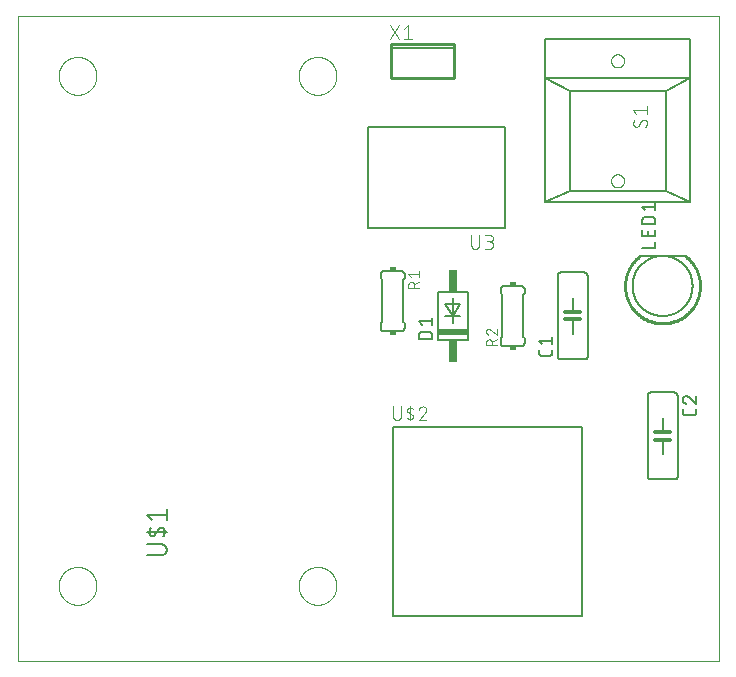
<source format=gto>
G75*
%MOIN*%
%OFA0B0*%
%FSLAX25Y25*%
%IPPOS*%
%LPD*%
%AMOC8*
5,1,8,0,0,1.08239X$1,22.5*
%
%ADD10C,0.00000*%
%ADD11C,0.01200*%
%ADD12C,0.00600*%
%ADD13C,0.00500*%
%ADD14R,0.10000X0.02000*%
%ADD15R,0.03000X0.07500*%
%ADD16C,0.00800*%
%ADD17C,0.01000*%
%ADD18C,0.00400*%
%ADD19R,0.02000X0.01500*%
D10*
X0001000Y0001000D02*
X0001000Y0215961D01*
X0234701Y0215961D01*
X0234701Y0001000D01*
X0001000Y0001000D01*
X0014701Y0026000D02*
X0014703Y0026158D01*
X0014709Y0026316D01*
X0014719Y0026474D01*
X0014733Y0026632D01*
X0014751Y0026789D01*
X0014772Y0026946D01*
X0014798Y0027102D01*
X0014828Y0027258D01*
X0014861Y0027413D01*
X0014899Y0027566D01*
X0014940Y0027719D01*
X0014985Y0027871D01*
X0015034Y0028022D01*
X0015087Y0028171D01*
X0015143Y0028319D01*
X0015203Y0028465D01*
X0015267Y0028610D01*
X0015335Y0028753D01*
X0015406Y0028895D01*
X0015480Y0029035D01*
X0015558Y0029172D01*
X0015640Y0029308D01*
X0015724Y0029442D01*
X0015813Y0029573D01*
X0015904Y0029702D01*
X0015999Y0029829D01*
X0016096Y0029954D01*
X0016197Y0030076D01*
X0016301Y0030195D01*
X0016408Y0030312D01*
X0016518Y0030426D01*
X0016631Y0030537D01*
X0016746Y0030646D01*
X0016864Y0030751D01*
X0016985Y0030853D01*
X0017108Y0030953D01*
X0017234Y0031049D01*
X0017362Y0031142D01*
X0017492Y0031232D01*
X0017625Y0031318D01*
X0017760Y0031402D01*
X0017896Y0031481D01*
X0018035Y0031558D01*
X0018176Y0031630D01*
X0018318Y0031700D01*
X0018462Y0031765D01*
X0018608Y0031827D01*
X0018755Y0031885D01*
X0018904Y0031940D01*
X0019054Y0031991D01*
X0019205Y0032038D01*
X0019357Y0032081D01*
X0019510Y0032120D01*
X0019665Y0032156D01*
X0019820Y0032187D01*
X0019976Y0032215D01*
X0020132Y0032239D01*
X0020289Y0032259D01*
X0020447Y0032275D01*
X0020604Y0032287D01*
X0020763Y0032295D01*
X0020921Y0032299D01*
X0021079Y0032299D01*
X0021237Y0032295D01*
X0021396Y0032287D01*
X0021553Y0032275D01*
X0021711Y0032259D01*
X0021868Y0032239D01*
X0022024Y0032215D01*
X0022180Y0032187D01*
X0022335Y0032156D01*
X0022490Y0032120D01*
X0022643Y0032081D01*
X0022795Y0032038D01*
X0022946Y0031991D01*
X0023096Y0031940D01*
X0023245Y0031885D01*
X0023392Y0031827D01*
X0023538Y0031765D01*
X0023682Y0031700D01*
X0023824Y0031630D01*
X0023965Y0031558D01*
X0024104Y0031481D01*
X0024240Y0031402D01*
X0024375Y0031318D01*
X0024508Y0031232D01*
X0024638Y0031142D01*
X0024766Y0031049D01*
X0024892Y0030953D01*
X0025015Y0030853D01*
X0025136Y0030751D01*
X0025254Y0030646D01*
X0025369Y0030537D01*
X0025482Y0030426D01*
X0025592Y0030312D01*
X0025699Y0030195D01*
X0025803Y0030076D01*
X0025904Y0029954D01*
X0026001Y0029829D01*
X0026096Y0029702D01*
X0026187Y0029573D01*
X0026276Y0029442D01*
X0026360Y0029308D01*
X0026442Y0029172D01*
X0026520Y0029035D01*
X0026594Y0028895D01*
X0026665Y0028753D01*
X0026733Y0028610D01*
X0026797Y0028465D01*
X0026857Y0028319D01*
X0026913Y0028171D01*
X0026966Y0028022D01*
X0027015Y0027871D01*
X0027060Y0027719D01*
X0027101Y0027566D01*
X0027139Y0027413D01*
X0027172Y0027258D01*
X0027202Y0027102D01*
X0027228Y0026946D01*
X0027249Y0026789D01*
X0027267Y0026632D01*
X0027281Y0026474D01*
X0027291Y0026316D01*
X0027297Y0026158D01*
X0027299Y0026000D01*
X0027297Y0025842D01*
X0027291Y0025684D01*
X0027281Y0025526D01*
X0027267Y0025368D01*
X0027249Y0025211D01*
X0027228Y0025054D01*
X0027202Y0024898D01*
X0027172Y0024742D01*
X0027139Y0024587D01*
X0027101Y0024434D01*
X0027060Y0024281D01*
X0027015Y0024129D01*
X0026966Y0023978D01*
X0026913Y0023829D01*
X0026857Y0023681D01*
X0026797Y0023535D01*
X0026733Y0023390D01*
X0026665Y0023247D01*
X0026594Y0023105D01*
X0026520Y0022965D01*
X0026442Y0022828D01*
X0026360Y0022692D01*
X0026276Y0022558D01*
X0026187Y0022427D01*
X0026096Y0022298D01*
X0026001Y0022171D01*
X0025904Y0022046D01*
X0025803Y0021924D01*
X0025699Y0021805D01*
X0025592Y0021688D01*
X0025482Y0021574D01*
X0025369Y0021463D01*
X0025254Y0021354D01*
X0025136Y0021249D01*
X0025015Y0021147D01*
X0024892Y0021047D01*
X0024766Y0020951D01*
X0024638Y0020858D01*
X0024508Y0020768D01*
X0024375Y0020682D01*
X0024240Y0020598D01*
X0024104Y0020519D01*
X0023965Y0020442D01*
X0023824Y0020370D01*
X0023682Y0020300D01*
X0023538Y0020235D01*
X0023392Y0020173D01*
X0023245Y0020115D01*
X0023096Y0020060D01*
X0022946Y0020009D01*
X0022795Y0019962D01*
X0022643Y0019919D01*
X0022490Y0019880D01*
X0022335Y0019844D01*
X0022180Y0019813D01*
X0022024Y0019785D01*
X0021868Y0019761D01*
X0021711Y0019741D01*
X0021553Y0019725D01*
X0021396Y0019713D01*
X0021237Y0019705D01*
X0021079Y0019701D01*
X0020921Y0019701D01*
X0020763Y0019705D01*
X0020604Y0019713D01*
X0020447Y0019725D01*
X0020289Y0019741D01*
X0020132Y0019761D01*
X0019976Y0019785D01*
X0019820Y0019813D01*
X0019665Y0019844D01*
X0019510Y0019880D01*
X0019357Y0019919D01*
X0019205Y0019962D01*
X0019054Y0020009D01*
X0018904Y0020060D01*
X0018755Y0020115D01*
X0018608Y0020173D01*
X0018462Y0020235D01*
X0018318Y0020300D01*
X0018176Y0020370D01*
X0018035Y0020442D01*
X0017896Y0020519D01*
X0017760Y0020598D01*
X0017625Y0020682D01*
X0017492Y0020768D01*
X0017362Y0020858D01*
X0017234Y0020951D01*
X0017108Y0021047D01*
X0016985Y0021147D01*
X0016864Y0021249D01*
X0016746Y0021354D01*
X0016631Y0021463D01*
X0016518Y0021574D01*
X0016408Y0021688D01*
X0016301Y0021805D01*
X0016197Y0021924D01*
X0016096Y0022046D01*
X0015999Y0022171D01*
X0015904Y0022298D01*
X0015813Y0022427D01*
X0015724Y0022558D01*
X0015640Y0022692D01*
X0015558Y0022828D01*
X0015480Y0022965D01*
X0015406Y0023105D01*
X0015335Y0023247D01*
X0015267Y0023390D01*
X0015203Y0023535D01*
X0015143Y0023681D01*
X0015087Y0023829D01*
X0015034Y0023978D01*
X0014985Y0024129D01*
X0014940Y0024281D01*
X0014899Y0024434D01*
X0014861Y0024587D01*
X0014828Y0024742D01*
X0014798Y0024898D01*
X0014772Y0025054D01*
X0014751Y0025211D01*
X0014733Y0025368D01*
X0014719Y0025526D01*
X0014709Y0025684D01*
X0014703Y0025842D01*
X0014701Y0026000D01*
X0094701Y0026000D02*
X0094703Y0026158D01*
X0094709Y0026316D01*
X0094719Y0026474D01*
X0094733Y0026632D01*
X0094751Y0026789D01*
X0094772Y0026946D01*
X0094798Y0027102D01*
X0094828Y0027258D01*
X0094861Y0027413D01*
X0094899Y0027566D01*
X0094940Y0027719D01*
X0094985Y0027871D01*
X0095034Y0028022D01*
X0095087Y0028171D01*
X0095143Y0028319D01*
X0095203Y0028465D01*
X0095267Y0028610D01*
X0095335Y0028753D01*
X0095406Y0028895D01*
X0095480Y0029035D01*
X0095558Y0029172D01*
X0095640Y0029308D01*
X0095724Y0029442D01*
X0095813Y0029573D01*
X0095904Y0029702D01*
X0095999Y0029829D01*
X0096096Y0029954D01*
X0096197Y0030076D01*
X0096301Y0030195D01*
X0096408Y0030312D01*
X0096518Y0030426D01*
X0096631Y0030537D01*
X0096746Y0030646D01*
X0096864Y0030751D01*
X0096985Y0030853D01*
X0097108Y0030953D01*
X0097234Y0031049D01*
X0097362Y0031142D01*
X0097492Y0031232D01*
X0097625Y0031318D01*
X0097760Y0031402D01*
X0097896Y0031481D01*
X0098035Y0031558D01*
X0098176Y0031630D01*
X0098318Y0031700D01*
X0098462Y0031765D01*
X0098608Y0031827D01*
X0098755Y0031885D01*
X0098904Y0031940D01*
X0099054Y0031991D01*
X0099205Y0032038D01*
X0099357Y0032081D01*
X0099510Y0032120D01*
X0099665Y0032156D01*
X0099820Y0032187D01*
X0099976Y0032215D01*
X0100132Y0032239D01*
X0100289Y0032259D01*
X0100447Y0032275D01*
X0100604Y0032287D01*
X0100763Y0032295D01*
X0100921Y0032299D01*
X0101079Y0032299D01*
X0101237Y0032295D01*
X0101396Y0032287D01*
X0101553Y0032275D01*
X0101711Y0032259D01*
X0101868Y0032239D01*
X0102024Y0032215D01*
X0102180Y0032187D01*
X0102335Y0032156D01*
X0102490Y0032120D01*
X0102643Y0032081D01*
X0102795Y0032038D01*
X0102946Y0031991D01*
X0103096Y0031940D01*
X0103245Y0031885D01*
X0103392Y0031827D01*
X0103538Y0031765D01*
X0103682Y0031700D01*
X0103824Y0031630D01*
X0103965Y0031558D01*
X0104104Y0031481D01*
X0104240Y0031402D01*
X0104375Y0031318D01*
X0104508Y0031232D01*
X0104638Y0031142D01*
X0104766Y0031049D01*
X0104892Y0030953D01*
X0105015Y0030853D01*
X0105136Y0030751D01*
X0105254Y0030646D01*
X0105369Y0030537D01*
X0105482Y0030426D01*
X0105592Y0030312D01*
X0105699Y0030195D01*
X0105803Y0030076D01*
X0105904Y0029954D01*
X0106001Y0029829D01*
X0106096Y0029702D01*
X0106187Y0029573D01*
X0106276Y0029442D01*
X0106360Y0029308D01*
X0106442Y0029172D01*
X0106520Y0029035D01*
X0106594Y0028895D01*
X0106665Y0028753D01*
X0106733Y0028610D01*
X0106797Y0028465D01*
X0106857Y0028319D01*
X0106913Y0028171D01*
X0106966Y0028022D01*
X0107015Y0027871D01*
X0107060Y0027719D01*
X0107101Y0027566D01*
X0107139Y0027413D01*
X0107172Y0027258D01*
X0107202Y0027102D01*
X0107228Y0026946D01*
X0107249Y0026789D01*
X0107267Y0026632D01*
X0107281Y0026474D01*
X0107291Y0026316D01*
X0107297Y0026158D01*
X0107299Y0026000D01*
X0107297Y0025842D01*
X0107291Y0025684D01*
X0107281Y0025526D01*
X0107267Y0025368D01*
X0107249Y0025211D01*
X0107228Y0025054D01*
X0107202Y0024898D01*
X0107172Y0024742D01*
X0107139Y0024587D01*
X0107101Y0024434D01*
X0107060Y0024281D01*
X0107015Y0024129D01*
X0106966Y0023978D01*
X0106913Y0023829D01*
X0106857Y0023681D01*
X0106797Y0023535D01*
X0106733Y0023390D01*
X0106665Y0023247D01*
X0106594Y0023105D01*
X0106520Y0022965D01*
X0106442Y0022828D01*
X0106360Y0022692D01*
X0106276Y0022558D01*
X0106187Y0022427D01*
X0106096Y0022298D01*
X0106001Y0022171D01*
X0105904Y0022046D01*
X0105803Y0021924D01*
X0105699Y0021805D01*
X0105592Y0021688D01*
X0105482Y0021574D01*
X0105369Y0021463D01*
X0105254Y0021354D01*
X0105136Y0021249D01*
X0105015Y0021147D01*
X0104892Y0021047D01*
X0104766Y0020951D01*
X0104638Y0020858D01*
X0104508Y0020768D01*
X0104375Y0020682D01*
X0104240Y0020598D01*
X0104104Y0020519D01*
X0103965Y0020442D01*
X0103824Y0020370D01*
X0103682Y0020300D01*
X0103538Y0020235D01*
X0103392Y0020173D01*
X0103245Y0020115D01*
X0103096Y0020060D01*
X0102946Y0020009D01*
X0102795Y0019962D01*
X0102643Y0019919D01*
X0102490Y0019880D01*
X0102335Y0019844D01*
X0102180Y0019813D01*
X0102024Y0019785D01*
X0101868Y0019761D01*
X0101711Y0019741D01*
X0101553Y0019725D01*
X0101396Y0019713D01*
X0101237Y0019705D01*
X0101079Y0019701D01*
X0100921Y0019701D01*
X0100763Y0019705D01*
X0100604Y0019713D01*
X0100447Y0019725D01*
X0100289Y0019741D01*
X0100132Y0019761D01*
X0099976Y0019785D01*
X0099820Y0019813D01*
X0099665Y0019844D01*
X0099510Y0019880D01*
X0099357Y0019919D01*
X0099205Y0019962D01*
X0099054Y0020009D01*
X0098904Y0020060D01*
X0098755Y0020115D01*
X0098608Y0020173D01*
X0098462Y0020235D01*
X0098318Y0020300D01*
X0098176Y0020370D01*
X0098035Y0020442D01*
X0097896Y0020519D01*
X0097760Y0020598D01*
X0097625Y0020682D01*
X0097492Y0020768D01*
X0097362Y0020858D01*
X0097234Y0020951D01*
X0097108Y0021047D01*
X0096985Y0021147D01*
X0096864Y0021249D01*
X0096746Y0021354D01*
X0096631Y0021463D01*
X0096518Y0021574D01*
X0096408Y0021688D01*
X0096301Y0021805D01*
X0096197Y0021924D01*
X0096096Y0022046D01*
X0095999Y0022171D01*
X0095904Y0022298D01*
X0095813Y0022427D01*
X0095724Y0022558D01*
X0095640Y0022692D01*
X0095558Y0022828D01*
X0095480Y0022965D01*
X0095406Y0023105D01*
X0095335Y0023247D01*
X0095267Y0023390D01*
X0095203Y0023535D01*
X0095143Y0023681D01*
X0095087Y0023829D01*
X0095034Y0023978D01*
X0094985Y0024129D01*
X0094940Y0024281D01*
X0094899Y0024434D01*
X0094861Y0024587D01*
X0094828Y0024742D01*
X0094798Y0024898D01*
X0094772Y0025054D01*
X0094751Y0025211D01*
X0094733Y0025368D01*
X0094719Y0025526D01*
X0094709Y0025684D01*
X0094703Y0025842D01*
X0094701Y0026000D01*
X0198835Y0161000D02*
X0198837Y0161093D01*
X0198843Y0161185D01*
X0198853Y0161277D01*
X0198867Y0161368D01*
X0198884Y0161459D01*
X0198906Y0161549D01*
X0198931Y0161638D01*
X0198960Y0161726D01*
X0198993Y0161812D01*
X0199030Y0161897D01*
X0199070Y0161981D01*
X0199114Y0162062D01*
X0199161Y0162142D01*
X0199211Y0162220D01*
X0199265Y0162295D01*
X0199322Y0162368D01*
X0199382Y0162438D01*
X0199445Y0162506D01*
X0199511Y0162571D01*
X0199579Y0162633D01*
X0199650Y0162693D01*
X0199724Y0162749D01*
X0199800Y0162802D01*
X0199878Y0162851D01*
X0199958Y0162898D01*
X0200040Y0162940D01*
X0200124Y0162980D01*
X0200209Y0163015D01*
X0200296Y0163047D01*
X0200384Y0163076D01*
X0200473Y0163100D01*
X0200563Y0163121D01*
X0200654Y0163137D01*
X0200746Y0163150D01*
X0200838Y0163159D01*
X0200931Y0163164D01*
X0201023Y0163165D01*
X0201116Y0163162D01*
X0201208Y0163155D01*
X0201300Y0163144D01*
X0201391Y0163129D01*
X0201482Y0163111D01*
X0201572Y0163088D01*
X0201660Y0163062D01*
X0201748Y0163032D01*
X0201834Y0162998D01*
X0201918Y0162961D01*
X0202001Y0162919D01*
X0202082Y0162875D01*
X0202162Y0162827D01*
X0202239Y0162776D01*
X0202313Y0162721D01*
X0202386Y0162663D01*
X0202456Y0162603D01*
X0202523Y0162539D01*
X0202587Y0162473D01*
X0202649Y0162403D01*
X0202707Y0162332D01*
X0202762Y0162258D01*
X0202814Y0162181D01*
X0202863Y0162102D01*
X0202909Y0162022D01*
X0202951Y0161939D01*
X0202989Y0161855D01*
X0203024Y0161769D01*
X0203055Y0161682D01*
X0203082Y0161594D01*
X0203105Y0161504D01*
X0203125Y0161414D01*
X0203141Y0161323D01*
X0203153Y0161231D01*
X0203161Y0161139D01*
X0203165Y0161046D01*
X0203165Y0160954D01*
X0203161Y0160861D01*
X0203153Y0160769D01*
X0203141Y0160677D01*
X0203125Y0160586D01*
X0203105Y0160496D01*
X0203082Y0160406D01*
X0203055Y0160318D01*
X0203024Y0160231D01*
X0202989Y0160145D01*
X0202951Y0160061D01*
X0202909Y0159978D01*
X0202863Y0159898D01*
X0202814Y0159819D01*
X0202762Y0159742D01*
X0202707Y0159668D01*
X0202649Y0159597D01*
X0202587Y0159527D01*
X0202523Y0159461D01*
X0202456Y0159397D01*
X0202386Y0159337D01*
X0202313Y0159279D01*
X0202239Y0159224D01*
X0202162Y0159173D01*
X0202083Y0159125D01*
X0202001Y0159081D01*
X0201918Y0159039D01*
X0201834Y0159002D01*
X0201748Y0158968D01*
X0201660Y0158938D01*
X0201572Y0158912D01*
X0201482Y0158889D01*
X0201391Y0158871D01*
X0201300Y0158856D01*
X0201208Y0158845D01*
X0201116Y0158838D01*
X0201023Y0158835D01*
X0200931Y0158836D01*
X0200838Y0158841D01*
X0200746Y0158850D01*
X0200654Y0158863D01*
X0200563Y0158879D01*
X0200473Y0158900D01*
X0200384Y0158924D01*
X0200296Y0158953D01*
X0200209Y0158985D01*
X0200124Y0159020D01*
X0200040Y0159060D01*
X0199958Y0159102D01*
X0199878Y0159149D01*
X0199800Y0159198D01*
X0199724Y0159251D01*
X0199650Y0159307D01*
X0199579Y0159367D01*
X0199511Y0159429D01*
X0199445Y0159494D01*
X0199382Y0159562D01*
X0199322Y0159632D01*
X0199265Y0159705D01*
X0199211Y0159780D01*
X0199161Y0159858D01*
X0199114Y0159938D01*
X0199070Y0160019D01*
X0199030Y0160103D01*
X0198993Y0160188D01*
X0198960Y0160274D01*
X0198931Y0160362D01*
X0198906Y0160451D01*
X0198884Y0160541D01*
X0198867Y0160632D01*
X0198853Y0160723D01*
X0198843Y0160815D01*
X0198837Y0160907D01*
X0198835Y0161000D01*
X0198835Y0201000D02*
X0198837Y0201093D01*
X0198843Y0201185D01*
X0198853Y0201277D01*
X0198867Y0201368D01*
X0198884Y0201459D01*
X0198906Y0201549D01*
X0198931Y0201638D01*
X0198960Y0201726D01*
X0198993Y0201812D01*
X0199030Y0201897D01*
X0199070Y0201981D01*
X0199114Y0202062D01*
X0199161Y0202142D01*
X0199211Y0202220D01*
X0199265Y0202295D01*
X0199322Y0202368D01*
X0199382Y0202438D01*
X0199445Y0202506D01*
X0199511Y0202571D01*
X0199579Y0202633D01*
X0199650Y0202693D01*
X0199724Y0202749D01*
X0199800Y0202802D01*
X0199878Y0202851D01*
X0199958Y0202898D01*
X0200040Y0202940D01*
X0200124Y0202980D01*
X0200209Y0203015D01*
X0200296Y0203047D01*
X0200384Y0203076D01*
X0200473Y0203100D01*
X0200563Y0203121D01*
X0200654Y0203137D01*
X0200746Y0203150D01*
X0200838Y0203159D01*
X0200931Y0203164D01*
X0201023Y0203165D01*
X0201116Y0203162D01*
X0201208Y0203155D01*
X0201300Y0203144D01*
X0201391Y0203129D01*
X0201482Y0203111D01*
X0201572Y0203088D01*
X0201660Y0203062D01*
X0201748Y0203032D01*
X0201834Y0202998D01*
X0201918Y0202961D01*
X0202001Y0202919D01*
X0202082Y0202875D01*
X0202162Y0202827D01*
X0202239Y0202776D01*
X0202313Y0202721D01*
X0202386Y0202663D01*
X0202456Y0202603D01*
X0202523Y0202539D01*
X0202587Y0202473D01*
X0202649Y0202403D01*
X0202707Y0202332D01*
X0202762Y0202258D01*
X0202814Y0202181D01*
X0202863Y0202102D01*
X0202909Y0202022D01*
X0202951Y0201939D01*
X0202989Y0201855D01*
X0203024Y0201769D01*
X0203055Y0201682D01*
X0203082Y0201594D01*
X0203105Y0201504D01*
X0203125Y0201414D01*
X0203141Y0201323D01*
X0203153Y0201231D01*
X0203161Y0201139D01*
X0203165Y0201046D01*
X0203165Y0200954D01*
X0203161Y0200861D01*
X0203153Y0200769D01*
X0203141Y0200677D01*
X0203125Y0200586D01*
X0203105Y0200496D01*
X0203082Y0200406D01*
X0203055Y0200318D01*
X0203024Y0200231D01*
X0202989Y0200145D01*
X0202951Y0200061D01*
X0202909Y0199978D01*
X0202863Y0199898D01*
X0202814Y0199819D01*
X0202762Y0199742D01*
X0202707Y0199668D01*
X0202649Y0199597D01*
X0202587Y0199527D01*
X0202523Y0199461D01*
X0202456Y0199397D01*
X0202386Y0199337D01*
X0202313Y0199279D01*
X0202239Y0199224D01*
X0202162Y0199173D01*
X0202083Y0199125D01*
X0202001Y0199081D01*
X0201918Y0199039D01*
X0201834Y0199002D01*
X0201748Y0198968D01*
X0201660Y0198938D01*
X0201572Y0198912D01*
X0201482Y0198889D01*
X0201391Y0198871D01*
X0201300Y0198856D01*
X0201208Y0198845D01*
X0201116Y0198838D01*
X0201023Y0198835D01*
X0200931Y0198836D01*
X0200838Y0198841D01*
X0200746Y0198850D01*
X0200654Y0198863D01*
X0200563Y0198879D01*
X0200473Y0198900D01*
X0200384Y0198924D01*
X0200296Y0198953D01*
X0200209Y0198985D01*
X0200124Y0199020D01*
X0200040Y0199060D01*
X0199958Y0199102D01*
X0199878Y0199149D01*
X0199800Y0199198D01*
X0199724Y0199251D01*
X0199650Y0199307D01*
X0199579Y0199367D01*
X0199511Y0199429D01*
X0199445Y0199494D01*
X0199382Y0199562D01*
X0199322Y0199632D01*
X0199265Y0199705D01*
X0199211Y0199780D01*
X0199161Y0199858D01*
X0199114Y0199938D01*
X0199070Y0200019D01*
X0199030Y0200103D01*
X0198993Y0200188D01*
X0198960Y0200274D01*
X0198931Y0200362D01*
X0198906Y0200451D01*
X0198884Y0200541D01*
X0198867Y0200632D01*
X0198853Y0200723D01*
X0198843Y0200815D01*
X0198837Y0200907D01*
X0198835Y0201000D01*
X0094701Y0196000D02*
X0094703Y0196158D01*
X0094709Y0196316D01*
X0094719Y0196474D01*
X0094733Y0196632D01*
X0094751Y0196789D01*
X0094772Y0196946D01*
X0094798Y0197102D01*
X0094828Y0197258D01*
X0094861Y0197413D01*
X0094899Y0197566D01*
X0094940Y0197719D01*
X0094985Y0197871D01*
X0095034Y0198022D01*
X0095087Y0198171D01*
X0095143Y0198319D01*
X0095203Y0198465D01*
X0095267Y0198610D01*
X0095335Y0198753D01*
X0095406Y0198895D01*
X0095480Y0199035D01*
X0095558Y0199172D01*
X0095640Y0199308D01*
X0095724Y0199442D01*
X0095813Y0199573D01*
X0095904Y0199702D01*
X0095999Y0199829D01*
X0096096Y0199954D01*
X0096197Y0200076D01*
X0096301Y0200195D01*
X0096408Y0200312D01*
X0096518Y0200426D01*
X0096631Y0200537D01*
X0096746Y0200646D01*
X0096864Y0200751D01*
X0096985Y0200853D01*
X0097108Y0200953D01*
X0097234Y0201049D01*
X0097362Y0201142D01*
X0097492Y0201232D01*
X0097625Y0201318D01*
X0097760Y0201402D01*
X0097896Y0201481D01*
X0098035Y0201558D01*
X0098176Y0201630D01*
X0098318Y0201700D01*
X0098462Y0201765D01*
X0098608Y0201827D01*
X0098755Y0201885D01*
X0098904Y0201940D01*
X0099054Y0201991D01*
X0099205Y0202038D01*
X0099357Y0202081D01*
X0099510Y0202120D01*
X0099665Y0202156D01*
X0099820Y0202187D01*
X0099976Y0202215D01*
X0100132Y0202239D01*
X0100289Y0202259D01*
X0100447Y0202275D01*
X0100604Y0202287D01*
X0100763Y0202295D01*
X0100921Y0202299D01*
X0101079Y0202299D01*
X0101237Y0202295D01*
X0101396Y0202287D01*
X0101553Y0202275D01*
X0101711Y0202259D01*
X0101868Y0202239D01*
X0102024Y0202215D01*
X0102180Y0202187D01*
X0102335Y0202156D01*
X0102490Y0202120D01*
X0102643Y0202081D01*
X0102795Y0202038D01*
X0102946Y0201991D01*
X0103096Y0201940D01*
X0103245Y0201885D01*
X0103392Y0201827D01*
X0103538Y0201765D01*
X0103682Y0201700D01*
X0103824Y0201630D01*
X0103965Y0201558D01*
X0104104Y0201481D01*
X0104240Y0201402D01*
X0104375Y0201318D01*
X0104508Y0201232D01*
X0104638Y0201142D01*
X0104766Y0201049D01*
X0104892Y0200953D01*
X0105015Y0200853D01*
X0105136Y0200751D01*
X0105254Y0200646D01*
X0105369Y0200537D01*
X0105482Y0200426D01*
X0105592Y0200312D01*
X0105699Y0200195D01*
X0105803Y0200076D01*
X0105904Y0199954D01*
X0106001Y0199829D01*
X0106096Y0199702D01*
X0106187Y0199573D01*
X0106276Y0199442D01*
X0106360Y0199308D01*
X0106442Y0199172D01*
X0106520Y0199035D01*
X0106594Y0198895D01*
X0106665Y0198753D01*
X0106733Y0198610D01*
X0106797Y0198465D01*
X0106857Y0198319D01*
X0106913Y0198171D01*
X0106966Y0198022D01*
X0107015Y0197871D01*
X0107060Y0197719D01*
X0107101Y0197566D01*
X0107139Y0197413D01*
X0107172Y0197258D01*
X0107202Y0197102D01*
X0107228Y0196946D01*
X0107249Y0196789D01*
X0107267Y0196632D01*
X0107281Y0196474D01*
X0107291Y0196316D01*
X0107297Y0196158D01*
X0107299Y0196000D01*
X0107297Y0195842D01*
X0107291Y0195684D01*
X0107281Y0195526D01*
X0107267Y0195368D01*
X0107249Y0195211D01*
X0107228Y0195054D01*
X0107202Y0194898D01*
X0107172Y0194742D01*
X0107139Y0194587D01*
X0107101Y0194434D01*
X0107060Y0194281D01*
X0107015Y0194129D01*
X0106966Y0193978D01*
X0106913Y0193829D01*
X0106857Y0193681D01*
X0106797Y0193535D01*
X0106733Y0193390D01*
X0106665Y0193247D01*
X0106594Y0193105D01*
X0106520Y0192965D01*
X0106442Y0192828D01*
X0106360Y0192692D01*
X0106276Y0192558D01*
X0106187Y0192427D01*
X0106096Y0192298D01*
X0106001Y0192171D01*
X0105904Y0192046D01*
X0105803Y0191924D01*
X0105699Y0191805D01*
X0105592Y0191688D01*
X0105482Y0191574D01*
X0105369Y0191463D01*
X0105254Y0191354D01*
X0105136Y0191249D01*
X0105015Y0191147D01*
X0104892Y0191047D01*
X0104766Y0190951D01*
X0104638Y0190858D01*
X0104508Y0190768D01*
X0104375Y0190682D01*
X0104240Y0190598D01*
X0104104Y0190519D01*
X0103965Y0190442D01*
X0103824Y0190370D01*
X0103682Y0190300D01*
X0103538Y0190235D01*
X0103392Y0190173D01*
X0103245Y0190115D01*
X0103096Y0190060D01*
X0102946Y0190009D01*
X0102795Y0189962D01*
X0102643Y0189919D01*
X0102490Y0189880D01*
X0102335Y0189844D01*
X0102180Y0189813D01*
X0102024Y0189785D01*
X0101868Y0189761D01*
X0101711Y0189741D01*
X0101553Y0189725D01*
X0101396Y0189713D01*
X0101237Y0189705D01*
X0101079Y0189701D01*
X0100921Y0189701D01*
X0100763Y0189705D01*
X0100604Y0189713D01*
X0100447Y0189725D01*
X0100289Y0189741D01*
X0100132Y0189761D01*
X0099976Y0189785D01*
X0099820Y0189813D01*
X0099665Y0189844D01*
X0099510Y0189880D01*
X0099357Y0189919D01*
X0099205Y0189962D01*
X0099054Y0190009D01*
X0098904Y0190060D01*
X0098755Y0190115D01*
X0098608Y0190173D01*
X0098462Y0190235D01*
X0098318Y0190300D01*
X0098176Y0190370D01*
X0098035Y0190442D01*
X0097896Y0190519D01*
X0097760Y0190598D01*
X0097625Y0190682D01*
X0097492Y0190768D01*
X0097362Y0190858D01*
X0097234Y0190951D01*
X0097108Y0191047D01*
X0096985Y0191147D01*
X0096864Y0191249D01*
X0096746Y0191354D01*
X0096631Y0191463D01*
X0096518Y0191574D01*
X0096408Y0191688D01*
X0096301Y0191805D01*
X0096197Y0191924D01*
X0096096Y0192046D01*
X0095999Y0192171D01*
X0095904Y0192298D01*
X0095813Y0192427D01*
X0095724Y0192558D01*
X0095640Y0192692D01*
X0095558Y0192828D01*
X0095480Y0192965D01*
X0095406Y0193105D01*
X0095335Y0193247D01*
X0095267Y0193390D01*
X0095203Y0193535D01*
X0095143Y0193681D01*
X0095087Y0193829D01*
X0095034Y0193978D01*
X0094985Y0194129D01*
X0094940Y0194281D01*
X0094899Y0194434D01*
X0094861Y0194587D01*
X0094828Y0194742D01*
X0094798Y0194898D01*
X0094772Y0195054D01*
X0094751Y0195211D01*
X0094733Y0195368D01*
X0094719Y0195526D01*
X0094709Y0195684D01*
X0094703Y0195842D01*
X0094701Y0196000D01*
X0014701Y0196000D02*
X0014703Y0196158D01*
X0014709Y0196316D01*
X0014719Y0196474D01*
X0014733Y0196632D01*
X0014751Y0196789D01*
X0014772Y0196946D01*
X0014798Y0197102D01*
X0014828Y0197258D01*
X0014861Y0197413D01*
X0014899Y0197566D01*
X0014940Y0197719D01*
X0014985Y0197871D01*
X0015034Y0198022D01*
X0015087Y0198171D01*
X0015143Y0198319D01*
X0015203Y0198465D01*
X0015267Y0198610D01*
X0015335Y0198753D01*
X0015406Y0198895D01*
X0015480Y0199035D01*
X0015558Y0199172D01*
X0015640Y0199308D01*
X0015724Y0199442D01*
X0015813Y0199573D01*
X0015904Y0199702D01*
X0015999Y0199829D01*
X0016096Y0199954D01*
X0016197Y0200076D01*
X0016301Y0200195D01*
X0016408Y0200312D01*
X0016518Y0200426D01*
X0016631Y0200537D01*
X0016746Y0200646D01*
X0016864Y0200751D01*
X0016985Y0200853D01*
X0017108Y0200953D01*
X0017234Y0201049D01*
X0017362Y0201142D01*
X0017492Y0201232D01*
X0017625Y0201318D01*
X0017760Y0201402D01*
X0017896Y0201481D01*
X0018035Y0201558D01*
X0018176Y0201630D01*
X0018318Y0201700D01*
X0018462Y0201765D01*
X0018608Y0201827D01*
X0018755Y0201885D01*
X0018904Y0201940D01*
X0019054Y0201991D01*
X0019205Y0202038D01*
X0019357Y0202081D01*
X0019510Y0202120D01*
X0019665Y0202156D01*
X0019820Y0202187D01*
X0019976Y0202215D01*
X0020132Y0202239D01*
X0020289Y0202259D01*
X0020447Y0202275D01*
X0020604Y0202287D01*
X0020763Y0202295D01*
X0020921Y0202299D01*
X0021079Y0202299D01*
X0021237Y0202295D01*
X0021396Y0202287D01*
X0021553Y0202275D01*
X0021711Y0202259D01*
X0021868Y0202239D01*
X0022024Y0202215D01*
X0022180Y0202187D01*
X0022335Y0202156D01*
X0022490Y0202120D01*
X0022643Y0202081D01*
X0022795Y0202038D01*
X0022946Y0201991D01*
X0023096Y0201940D01*
X0023245Y0201885D01*
X0023392Y0201827D01*
X0023538Y0201765D01*
X0023682Y0201700D01*
X0023824Y0201630D01*
X0023965Y0201558D01*
X0024104Y0201481D01*
X0024240Y0201402D01*
X0024375Y0201318D01*
X0024508Y0201232D01*
X0024638Y0201142D01*
X0024766Y0201049D01*
X0024892Y0200953D01*
X0025015Y0200853D01*
X0025136Y0200751D01*
X0025254Y0200646D01*
X0025369Y0200537D01*
X0025482Y0200426D01*
X0025592Y0200312D01*
X0025699Y0200195D01*
X0025803Y0200076D01*
X0025904Y0199954D01*
X0026001Y0199829D01*
X0026096Y0199702D01*
X0026187Y0199573D01*
X0026276Y0199442D01*
X0026360Y0199308D01*
X0026442Y0199172D01*
X0026520Y0199035D01*
X0026594Y0198895D01*
X0026665Y0198753D01*
X0026733Y0198610D01*
X0026797Y0198465D01*
X0026857Y0198319D01*
X0026913Y0198171D01*
X0026966Y0198022D01*
X0027015Y0197871D01*
X0027060Y0197719D01*
X0027101Y0197566D01*
X0027139Y0197413D01*
X0027172Y0197258D01*
X0027202Y0197102D01*
X0027228Y0196946D01*
X0027249Y0196789D01*
X0027267Y0196632D01*
X0027281Y0196474D01*
X0027291Y0196316D01*
X0027297Y0196158D01*
X0027299Y0196000D01*
X0027297Y0195842D01*
X0027291Y0195684D01*
X0027281Y0195526D01*
X0027267Y0195368D01*
X0027249Y0195211D01*
X0027228Y0195054D01*
X0027202Y0194898D01*
X0027172Y0194742D01*
X0027139Y0194587D01*
X0027101Y0194434D01*
X0027060Y0194281D01*
X0027015Y0194129D01*
X0026966Y0193978D01*
X0026913Y0193829D01*
X0026857Y0193681D01*
X0026797Y0193535D01*
X0026733Y0193390D01*
X0026665Y0193247D01*
X0026594Y0193105D01*
X0026520Y0192965D01*
X0026442Y0192828D01*
X0026360Y0192692D01*
X0026276Y0192558D01*
X0026187Y0192427D01*
X0026096Y0192298D01*
X0026001Y0192171D01*
X0025904Y0192046D01*
X0025803Y0191924D01*
X0025699Y0191805D01*
X0025592Y0191688D01*
X0025482Y0191574D01*
X0025369Y0191463D01*
X0025254Y0191354D01*
X0025136Y0191249D01*
X0025015Y0191147D01*
X0024892Y0191047D01*
X0024766Y0190951D01*
X0024638Y0190858D01*
X0024508Y0190768D01*
X0024375Y0190682D01*
X0024240Y0190598D01*
X0024104Y0190519D01*
X0023965Y0190442D01*
X0023824Y0190370D01*
X0023682Y0190300D01*
X0023538Y0190235D01*
X0023392Y0190173D01*
X0023245Y0190115D01*
X0023096Y0190060D01*
X0022946Y0190009D01*
X0022795Y0189962D01*
X0022643Y0189919D01*
X0022490Y0189880D01*
X0022335Y0189844D01*
X0022180Y0189813D01*
X0022024Y0189785D01*
X0021868Y0189761D01*
X0021711Y0189741D01*
X0021553Y0189725D01*
X0021396Y0189713D01*
X0021237Y0189705D01*
X0021079Y0189701D01*
X0020921Y0189701D01*
X0020763Y0189705D01*
X0020604Y0189713D01*
X0020447Y0189725D01*
X0020289Y0189741D01*
X0020132Y0189761D01*
X0019976Y0189785D01*
X0019820Y0189813D01*
X0019665Y0189844D01*
X0019510Y0189880D01*
X0019357Y0189919D01*
X0019205Y0189962D01*
X0019054Y0190009D01*
X0018904Y0190060D01*
X0018755Y0190115D01*
X0018608Y0190173D01*
X0018462Y0190235D01*
X0018318Y0190300D01*
X0018176Y0190370D01*
X0018035Y0190442D01*
X0017896Y0190519D01*
X0017760Y0190598D01*
X0017625Y0190682D01*
X0017492Y0190768D01*
X0017362Y0190858D01*
X0017234Y0190951D01*
X0017108Y0191047D01*
X0016985Y0191147D01*
X0016864Y0191249D01*
X0016746Y0191354D01*
X0016631Y0191463D01*
X0016518Y0191574D01*
X0016408Y0191688D01*
X0016301Y0191805D01*
X0016197Y0191924D01*
X0016096Y0192046D01*
X0015999Y0192171D01*
X0015904Y0192298D01*
X0015813Y0192427D01*
X0015724Y0192558D01*
X0015640Y0192692D01*
X0015558Y0192828D01*
X0015480Y0192965D01*
X0015406Y0193105D01*
X0015335Y0193247D01*
X0015267Y0193390D01*
X0015203Y0193535D01*
X0015143Y0193681D01*
X0015087Y0193829D01*
X0015034Y0193978D01*
X0014985Y0194129D01*
X0014940Y0194281D01*
X0014899Y0194434D01*
X0014861Y0194587D01*
X0014828Y0194742D01*
X0014798Y0194898D01*
X0014772Y0195054D01*
X0014751Y0195211D01*
X0014733Y0195368D01*
X0014719Y0195526D01*
X0014709Y0195684D01*
X0014703Y0195842D01*
X0014701Y0196000D01*
D11*
X0183500Y0117300D02*
X0186000Y0117300D01*
X0188500Y0117300D01*
X0188500Y0114800D02*
X0186000Y0114800D01*
X0183500Y0114800D01*
X0213500Y0077200D02*
X0216000Y0077200D01*
X0218500Y0077200D01*
X0218500Y0074700D02*
X0216000Y0074700D01*
X0213500Y0074700D01*
D12*
X0216000Y0074700D02*
X0216000Y0070000D01*
X0216000Y0077200D02*
X0216000Y0082000D01*
X0211000Y0089500D02*
X0211002Y0089560D01*
X0211007Y0089621D01*
X0211016Y0089680D01*
X0211029Y0089739D01*
X0211045Y0089798D01*
X0211065Y0089855D01*
X0211088Y0089910D01*
X0211115Y0089965D01*
X0211144Y0090017D01*
X0211177Y0090068D01*
X0211213Y0090117D01*
X0211251Y0090163D01*
X0211293Y0090207D01*
X0211337Y0090249D01*
X0211383Y0090287D01*
X0211432Y0090323D01*
X0211483Y0090356D01*
X0211535Y0090385D01*
X0211590Y0090412D01*
X0211645Y0090435D01*
X0211702Y0090455D01*
X0211761Y0090471D01*
X0211820Y0090484D01*
X0211879Y0090493D01*
X0211940Y0090498D01*
X0212000Y0090500D01*
X0220000Y0090500D01*
X0220060Y0090498D01*
X0220121Y0090493D01*
X0220180Y0090484D01*
X0220239Y0090471D01*
X0220298Y0090455D01*
X0220355Y0090435D01*
X0220410Y0090412D01*
X0220465Y0090385D01*
X0220517Y0090356D01*
X0220568Y0090323D01*
X0220617Y0090287D01*
X0220663Y0090249D01*
X0220707Y0090207D01*
X0220749Y0090163D01*
X0220787Y0090117D01*
X0220823Y0090068D01*
X0220856Y0090017D01*
X0220885Y0089965D01*
X0220912Y0089910D01*
X0220935Y0089855D01*
X0220955Y0089798D01*
X0220971Y0089739D01*
X0220984Y0089680D01*
X0220993Y0089621D01*
X0220998Y0089560D01*
X0221000Y0089500D01*
X0221000Y0062500D01*
X0220998Y0062440D01*
X0220993Y0062379D01*
X0220984Y0062320D01*
X0220971Y0062261D01*
X0220955Y0062202D01*
X0220935Y0062145D01*
X0220912Y0062090D01*
X0220885Y0062035D01*
X0220856Y0061983D01*
X0220823Y0061932D01*
X0220787Y0061883D01*
X0220749Y0061837D01*
X0220707Y0061793D01*
X0220663Y0061751D01*
X0220617Y0061713D01*
X0220568Y0061677D01*
X0220517Y0061644D01*
X0220465Y0061615D01*
X0220410Y0061588D01*
X0220355Y0061565D01*
X0220298Y0061545D01*
X0220239Y0061529D01*
X0220180Y0061516D01*
X0220121Y0061507D01*
X0220060Y0061502D01*
X0220000Y0061500D01*
X0212000Y0061500D01*
X0211940Y0061502D01*
X0211879Y0061507D01*
X0211820Y0061516D01*
X0211761Y0061529D01*
X0211702Y0061545D01*
X0211645Y0061565D01*
X0211590Y0061588D01*
X0211535Y0061615D01*
X0211483Y0061644D01*
X0211432Y0061677D01*
X0211383Y0061713D01*
X0211337Y0061751D01*
X0211293Y0061793D01*
X0211251Y0061837D01*
X0211213Y0061883D01*
X0211177Y0061932D01*
X0211144Y0061983D01*
X0211115Y0062035D01*
X0211088Y0062090D01*
X0211065Y0062145D01*
X0211045Y0062202D01*
X0211029Y0062261D01*
X0211016Y0062320D01*
X0211007Y0062379D01*
X0211002Y0062440D01*
X0211000Y0062500D01*
X0211000Y0089500D01*
X0191000Y0102500D02*
X0191000Y0129500D01*
X0190998Y0129560D01*
X0190993Y0129621D01*
X0190984Y0129680D01*
X0190971Y0129739D01*
X0190955Y0129798D01*
X0190935Y0129855D01*
X0190912Y0129910D01*
X0190885Y0129965D01*
X0190856Y0130017D01*
X0190823Y0130068D01*
X0190787Y0130117D01*
X0190749Y0130163D01*
X0190707Y0130207D01*
X0190663Y0130249D01*
X0190617Y0130287D01*
X0190568Y0130323D01*
X0190517Y0130356D01*
X0190465Y0130385D01*
X0190410Y0130412D01*
X0190355Y0130435D01*
X0190298Y0130455D01*
X0190239Y0130471D01*
X0190180Y0130484D01*
X0190121Y0130493D01*
X0190060Y0130498D01*
X0190000Y0130500D01*
X0182000Y0130500D01*
X0181940Y0130498D01*
X0181879Y0130493D01*
X0181820Y0130484D01*
X0181761Y0130471D01*
X0181702Y0130455D01*
X0181645Y0130435D01*
X0181590Y0130412D01*
X0181535Y0130385D01*
X0181483Y0130356D01*
X0181432Y0130323D01*
X0181383Y0130287D01*
X0181337Y0130249D01*
X0181293Y0130207D01*
X0181251Y0130163D01*
X0181213Y0130117D01*
X0181177Y0130068D01*
X0181144Y0130017D01*
X0181115Y0129965D01*
X0181088Y0129910D01*
X0181065Y0129855D01*
X0181045Y0129798D01*
X0181029Y0129739D01*
X0181016Y0129680D01*
X0181007Y0129621D01*
X0181002Y0129560D01*
X0181000Y0129500D01*
X0181000Y0102500D01*
X0181002Y0102440D01*
X0181007Y0102379D01*
X0181016Y0102320D01*
X0181029Y0102261D01*
X0181045Y0102202D01*
X0181065Y0102145D01*
X0181088Y0102090D01*
X0181115Y0102035D01*
X0181144Y0101983D01*
X0181177Y0101932D01*
X0181213Y0101883D01*
X0181251Y0101837D01*
X0181293Y0101793D01*
X0181337Y0101751D01*
X0181383Y0101713D01*
X0181432Y0101677D01*
X0181483Y0101644D01*
X0181535Y0101615D01*
X0181590Y0101588D01*
X0181645Y0101565D01*
X0181702Y0101545D01*
X0181761Y0101529D01*
X0181820Y0101516D01*
X0181879Y0101507D01*
X0181940Y0101502D01*
X0182000Y0101500D01*
X0190000Y0101500D01*
X0190060Y0101502D01*
X0190121Y0101507D01*
X0190180Y0101516D01*
X0190239Y0101529D01*
X0190298Y0101545D01*
X0190355Y0101565D01*
X0190410Y0101588D01*
X0190465Y0101615D01*
X0190517Y0101644D01*
X0190568Y0101677D01*
X0190617Y0101713D01*
X0190663Y0101751D01*
X0190707Y0101793D01*
X0190749Y0101837D01*
X0190787Y0101883D01*
X0190823Y0101932D01*
X0190856Y0101983D01*
X0190885Y0102035D01*
X0190912Y0102090D01*
X0190935Y0102145D01*
X0190955Y0102202D01*
X0190971Y0102261D01*
X0190984Y0102320D01*
X0190993Y0102379D01*
X0190998Y0102440D01*
X0191000Y0102500D01*
X0186000Y0110000D02*
X0186000Y0114800D01*
X0186000Y0117300D02*
X0186000Y0122000D01*
X0170000Y0123500D02*
X0170000Y0125000D01*
X0169998Y0125060D01*
X0169993Y0125121D01*
X0169984Y0125180D01*
X0169971Y0125239D01*
X0169955Y0125298D01*
X0169935Y0125355D01*
X0169912Y0125410D01*
X0169885Y0125465D01*
X0169856Y0125517D01*
X0169823Y0125568D01*
X0169787Y0125617D01*
X0169749Y0125663D01*
X0169707Y0125707D01*
X0169663Y0125749D01*
X0169617Y0125787D01*
X0169568Y0125823D01*
X0169517Y0125856D01*
X0169465Y0125885D01*
X0169410Y0125912D01*
X0169355Y0125935D01*
X0169298Y0125955D01*
X0169239Y0125971D01*
X0169180Y0125984D01*
X0169121Y0125993D01*
X0169060Y0125998D01*
X0169000Y0126000D01*
X0163000Y0126000D01*
X0162940Y0125998D01*
X0162879Y0125993D01*
X0162820Y0125984D01*
X0162761Y0125971D01*
X0162702Y0125955D01*
X0162645Y0125935D01*
X0162590Y0125912D01*
X0162535Y0125885D01*
X0162483Y0125856D01*
X0162432Y0125823D01*
X0162383Y0125787D01*
X0162337Y0125749D01*
X0162293Y0125707D01*
X0162251Y0125663D01*
X0162213Y0125617D01*
X0162177Y0125568D01*
X0162144Y0125517D01*
X0162115Y0125465D01*
X0162088Y0125410D01*
X0162065Y0125355D01*
X0162045Y0125298D01*
X0162029Y0125239D01*
X0162016Y0125180D01*
X0162007Y0125121D01*
X0162002Y0125060D01*
X0162000Y0125000D01*
X0162000Y0123500D01*
X0162500Y0123000D01*
X0162500Y0109000D01*
X0162000Y0108500D01*
X0162000Y0107000D01*
X0162002Y0106940D01*
X0162007Y0106879D01*
X0162016Y0106820D01*
X0162029Y0106761D01*
X0162045Y0106702D01*
X0162065Y0106645D01*
X0162088Y0106590D01*
X0162115Y0106535D01*
X0162144Y0106483D01*
X0162177Y0106432D01*
X0162213Y0106383D01*
X0162251Y0106337D01*
X0162293Y0106293D01*
X0162337Y0106251D01*
X0162383Y0106213D01*
X0162432Y0106177D01*
X0162483Y0106144D01*
X0162535Y0106115D01*
X0162590Y0106088D01*
X0162645Y0106065D01*
X0162702Y0106045D01*
X0162761Y0106029D01*
X0162820Y0106016D01*
X0162879Y0106007D01*
X0162940Y0106002D01*
X0163000Y0106000D01*
X0169000Y0106000D01*
X0169060Y0106002D01*
X0169121Y0106007D01*
X0169180Y0106016D01*
X0169239Y0106029D01*
X0169298Y0106045D01*
X0169355Y0106065D01*
X0169410Y0106088D01*
X0169465Y0106115D01*
X0169517Y0106144D01*
X0169568Y0106177D01*
X0169617Y0106213D01*
X0169663Y0106251D01*
X0169707Y0106293D01*
X0169749Y0106337D01*
X0169787Y0106383D01*
X0169823Y0106432D01*
X0169856Y0106483D01*
X0169885Y0106535D01*
X0169912Y0106590D01*
X0169935Y0106645D01*
X0169955Y0106702D01*
X0169971Y0106761D01*
X0169984Y0106820D01*
X0169993Y0106879D01*
X0169998Y0106940D01*
X0170000Y0107000D01*
X0170000Y0108500D01*
X0169500Y0109000D01*
X0169500Y0123000D01*
X0170000Y0123500D01*
X0151000Y0124000D02*
X0151000Y0108000D01*
X0141000Y0108000D01*
X0141000Y0124000D01*
X0151000Y0124000D01*
X0148500Y0120000D02*
X0146000Y0116000D01*
X0148500Y0116000D01*
X0146000Y0116000D02*
X0146000Y0113500D01*
X0146000Y0116000D02*
X0143500Y0116000D01*
X0146000Y0116000D02*
X0143500Y0120000D01*
X0148500Y0120000D01*
X0146000Y0122000D02*
X0146000Y0116000D01*
X0130000Y0113500D02*
X0130000Y0112000D01*
X0129998Y0111940D01*
X0129993Y0111879D01*
X0129984Y0111820D01*
X0129971Y0111761D01*
X0129955Y0111702D01*
X0129935Y0111645D01*
X0129912Y0111590D01*
X0129885Y0111535D01*
X0129856Y0111483D01*
X0129823Y0111432D01*
X0129787Y0111383D01*
X0129749Y0111337D01*
X0129707Y0111293D01*
X0129663Y0111251D01*
X0129617Y0111213D01*
X0129568Y0111177D01*
X0129517Y0111144D01*
X0129465Y0111115D01*
X0129410Y0111088D01*
X0129355Y0111065D01*
X0129298Y0111045D01*
X0129239Y0111029D01*
X0129180Y0111016D01*
X0129121Y0111007D01*
X0129060Y0111002D01*
X0129000Y0111000D01*
X0123000Y0111000D01*
X0122940Y0111002D01*
X0122879Y0111007D01*
X0122820Y0111016D01*
X0122761Y0111029D01*
X0122702Y0111045D01*
X0122645Y0111065D01*
X0122590Y0111088D01*
X0122535Y0111115D01*
X0122483Y0111144D01*
X0122432Y0111177D01*
X0122383Y0111213D01*
X0122337Y0111251D01*
X0122293Y0111293D01*
X0122251Y0111337D01*
X0122213Y0111383D01*
X0122177Y0111432D01*
X0122144Y0111483D01*
X0122115Y0111535D01*
X0122088Y0111590D01*
X0122065Y0111645D01*
X0122045Y0111702D01*
X0122029Y0111761D01*
X0122016Y0111820D01*
X0122007Y0111879D01*
X0122002Y0111940D01*
X0122000Y0112000D01*
X0122000Y0113500D01*
X0122500Y0114000D01*
X0122500Y0128000D01*
X0122000Y0128500D01*
X0122000Y0130000D01*
X0122002Y0130060D01*
X0122007Y0130121D01*
X0122016Y0130180D01*
X0122029Y0130239D01*
X0122045Y0130298D01*
X0122065Y0130355D01*
X0122088Y0130410D01*
X0122115Y0130465D01*
X0122144Y0130517D01*
X0122177Y0130568D01*
X0122213Y0130617D01*
X0122251Y0130663D01*
X0122293Y0130707D01*
X0122337Y0130749D01*
X0122383Y0130787D01*
X0122432Y0130823D01*
X0122483Y0130856D01*
X0122535Y0130885D01*
X0122590Y0130912D01*
X0122645Y0130935D01*
X0122702Y0130955D01*
X0122761Y0130971D01*
X0122820Y0130984D01*
X0122879Y0130993D01*
X0122940Y0130998D01*
X0123000Y0131000D01*
X0129000Y0131000D01*
X0129060Y0130998D01*
X0129121Y0130993D01*
X0129180Y0130984D01*
X0129239Y0130971D01*
X0129298Y0130955D01*
X0129355Y0130935D01*
X0129410Y0130912D01*
X0129465Y0130885D01*
X0129517Y0130856D01*
X0129568Y0130823D01*
X0129617Y0130787D01*
X0129663Y0130749D01*
X0129707Y0130707D01*
X0129749Y0130663D01*
X0129787Y0130617D01*
X0129823Y0130568D01*
X0129856Y0130517D01*
X0129885Y0130465D01*
X0129912Y0130410D01*
X0129935Y0130355D01*
X0129955Y0130298D01*
X0129971Y0130239D01*
X0129984Y0130180D01*
X0129993Y0130121D01*
X0129998Y0130060D01*
X0130000Y0130000D01*
X0130000Y0128500D01*
X0129500Y0128000D01*
X0129500Y0114000D01*
X0130000Y0113500D01*
X0050700Y0051548D02*
X0050700Y0047993D01*
X0050700Y0049770D02*
X0044300Y0049770D01*
X0045722Y0047993D01*
X0048033Y0044916D02*
X0047500Y0044027D01*
X0046967Y0043138D01*
X0049634Y0042605D02*
X0049684Y0042693D01*
X0049732Y0042783D01*
X0049776Y0042874D01*
X0049817Y0042967D01*
X0049854Y0043061D01*
X0049888Y0043157D01*
X0049919Y0043254D01*
X0049946Y0043352D01*
X0049970Y0043451D01*
X0049990Y0043550D01*
X0050006Y0043650D01*
X0050019Y0043751D01*
X0050028Y0043852D01*
X0050033Y0043954D01*
X0050035Y0044055D01*
X0050033Y0044157D01*
X0050028Y0044258D01*
X0050018Y0044359D01*
X0050006Y0044460D01*
X0049989Y0044560D01*
X0050700Y0044027D02*
X0044300Y0044027D01*
X0045011Y0043493D02*
X0045025Y0043430D01*
X0045042Y0043368D01*
X0045063Y0043308D01*
X0045088Y0043248D01*
X0045116Y0043191D01*
X0045147Y0043135D01*
X0045182Y0043081D01*
X0045220Y0043029D01*
X0045261Y0042979D01*
X0045305Y0042933D01*
X0045352Y0042889D01*
X0045402Y0042848D01*
X0045453Y0042810D01*
X0045507Y0042775D01*
X0045563Y0042743D01*
X0045621Y0042715D01*
X0045681Y0042691D01*
X0045741Y0042670D01*
X0045803Y0042653D01*
X0045866Y0042639D01*
X0045930Y0042630D01*
X0045994Y0042624D01*
X0046058Y0042622D01*
X0046122Y0042624D01*
X0046186Y0042630D01*
X0046249Y0042640D01*
X0046312Y0042653D01*
X0046374Y0042671D01*
X0046435Y0042692D01*
X0046494Y0042717D01*
X0046552Y0042745D01*
X0046608Y0042777D01*
X0046662Y0042812D01*
X0046713Y0042850D01*
X0046762Y0042891D01*
X0046809Y0042935D01*
X0046853Y0042982D01*
X0046894Y0043032D01*
X0046932Y0043084D01*
X0046967Y0043138D01*
X0045011Y0043494D02*
X0044994Y0043594D01*
X0044982Y0043695D01*
X0044972Y0043796D01*
X0044967Y0043897D01*
X0044965Y0043999D01*
X0044967Y0044100D01*
X0044972Y0044202D01*
X0044981Y0044303D01*
X0044994Y0044404D01*
X0045010Y0044504D01*
X0045030Y0044603D01*
X0045054Y0044702D01*
X0045081Y0044800D01*
X0045112Y0044897D01*
X0045146Y0044993D01*
X0045183Y0045087D01*
X0045224Y0045180D01*
X0045268Y0045272D01*
X0045316Y0045361D01*
X0045366Y0045449D01*
X0048033Y0044915D02*
X0048068Y0044969D01*
X0048106Y0045021D01*
X0048147Y0045071D01*
X0048191Y0045118D01*
X0048238Y0045162D01*
X0048287Y0045203D01*
X0048338Y0045241D01*
X0048392Y0045276D01*
X0048448Y0045308D01*
X0048506Y0045336D01*
X0048565Y0045361D01*
X0048626Y0045382D01*
X0048688Y0045400D01*
X0048751Y0045413D01*
X0048814Y0045423D01*
X0048878Y0045429D01*
X0048942Y0045431D01*
X0049006Y0045429D01*
X0049070Y0045423D01*
X0049134Y0045414D01*
X0049197Y0045400D01*
X0049259Y0045383D01*
X0049319Y0045362D01*
X0049379Y0045338D01*
X0049437Y0045310D01*
X0049493Y0045278D01*
X0049547Y0045243D01*
X0049598Y0045205D01*
X0049648Y0045164D01*
X0049695Y0045120D01*
X0049739Y0045073D01*
X0049780Y0045024D01*
X0049818Y0044972D01*
X0049853Y0044918D01*
X0049884Y0044862D01*
X0049913Y0044805D01*
X0049937Y0044745D01*
X0049958Y0044685D01*
X0049975Y0044623D01*
X0049989Y0044560D01*
X0048922Y0039856D02*
X0044300Y0039856D01*
X0044300Y0036300D02*
X0048922Y0036300D01*
X0049005Y0036302D01*
X0049088Y0036308D01*
X0049171Y0036318D01*
X0049254Y0036331D01*
X0049335Y0036349D01*
X0049416Y0036370D01*
X0049495Y0036395D01*
X0049573Y0036424D01*
X0049650Y0036456D01*
X0049725Y0036492D01*
X0049799Y0036531D01*
X0049870Y0036574D01*
X0049940Y0036620D01*
X0050007Y0036670D01*
X0050072Y0036722D01*
X0050134Y0036777D01*
X0050194Y0036836D01*
X0050251Y0036897D01*
X0050305Y0036960D01*
X0050356Y0037026D01*
X0050403Y0037095D01*
X0050448Y0037165D01*
X0050489Y0037238D01*
X0050526Y0037312D01*
X0050561Y0037388D01*
X0050591Y0037466D01*
X0050618Y0037544D01*
X0050641Y0037625D01*
X0050661Y0037706D01*
X0050676Y0037788D01*
X0050688Y0037870D01*
X0050696Y0037953D01*
X0050700Y0038036D01*
X0050700Y0038120D01*
X0050696Y0038203D01*
X0050688Y0038286D01*
X0050676Y0038368D01*
X0050661Y0038450D01*
X0050641Y0038531D01*
X0050618Y0038612D01*
X0050591Y0038690D01*
X0050561Y0038768D01*
X0050526Y0038844D01*
X0050489Y0038918D01*
X0050448Y0038991D01*
X0050403Y0039061D01*
X0050356Y0039130D01*
X0050305Y0039196D01*
X0050251Y0039259D01*
X0050194Y0039320D01*
X0050134Y0039379D01*
X0050072Y0039434D01*
X0050007Y0039486D01*
X0049940Y0039536D01*
X0049870Y0039582D01*
X0049799Y0039625D01*
X0049725Y0039664D01*
X0049650Y0039700D01*
X0049573Y0039732D01*
X0049495Y0039761D01*
X0049416Y0039786D01*
X0049335Y0039807D01*
X0049254Y0039825D01*
X0049171Y0039838D01*
X0049088Y0039848D01*
X0049005Y0039854D01*
X0048922Y0039856D01*
X0206000Y0126000D02*
X0206003Y0126245D01*
X0206012Y0126491D01*
X0206027Y0126736D01*
X0206048Y0126980D01*
X0206075Y0127224D01*
X0206108Y0127467D01*
X0206147Y0127710D01*
X0206192Y0127951D01*
X0206243Y0128191D01*
X0206300Y0128430D01*
X0206362Y0128667D01*
X0206431Y0128903D01*
X0206505Y0129137D01*
X0206585Y0129369D01*
X0206670Y0129599D01*
X0206761Y0129827D01*
X0206858Y0130052D01*
X0206960Y0130276D01*
X0207068Y0130496D01*
X0207181Y0130714D01*
X0207299Y0130929D01*
X0207423Y0131141D01*
X0207551Y0131350D01*
X0207685Y0131556D01*
X0207824Y0131758D01*
X0207968Y0131957D01*
X0208117Y0132152D01*
X0208270Y0132344D01*
X0208428Y0132532D01*
X0208590Y0132716D01*
X0208758Y0132895D01*
X0208929Y0133071D01*
X0209105Y0133242D01*
X0209284Y0133410D01*
X0209468Y0133572D01*
X0209656Y0133730D01*
X0209848Y0133883D01*
X0210043Y0134032D01*
X0210242Y0134176D01*
X0210444Y0134315D01*
X0210650Y0134449D01*
X0210859Y0134577D01*
X0211071Y0134701D01*
X0211286Y0134819D01*
X0211504Y0134932D01*
X0211724Y0135040D01*
X0211948Y0135142D01*
X0212173Y0135239D01*
X0212401Y0135330D01*
X0212631Y0135415D01*
X0212863Y0135495D01*
X0213097Y0135569D01*
X0213333Y0135638D01*
X0213570Y0135700D01*
X0213809Y0135757D01*
X0214049Y0135808D01*
X0214290Y0135853D01*
X0214533Y0135892D01*
X0214776Y0135925D01*
X0215020Y0135952D01*
X0215264Y0135973D01*
X0215509Y0135988D01*
X0215755Y0135997D01*
X0216000Y0136000D01*
X0216245Y0135997D01*
X0216491Y0135988D01*
X0216736Y0135973D01*
X0216980Y0135952D01*
X0217224Y0135925D01*
X0217467Y0135892D01*
X0217710Y0135853D01*
X0217951Y0135808D01*
X0218191Y0135757D01*
X0218430Y0135700D01*
X0218667Y0135638D01*
X0218903Y0135569D01*
X0219137Y0135495D01*
X0219369Y0135415D01*
X0219599Y0135330D01*
X0219827Y0135239D01*
X0220052Y0135142D01*
X0220276Y0135040D01*
X0220496Y0134932D01*
X0220714Y0134819D01*
X0220929Y0134701D01*
X0221141Y0134577D01*
X0221350Y0134449D01*
X0221556Y0134315D01*
X0221758Y0134176D01*
X0221957Y0134032D01*
X0222152Y0133883D01*
X0222344Y0133730D01*
X0222532Y0133572D01*
X0222716Y0133410D01*
X0222895Y0133242D01*
X0223071Y0133071D01*
X0223242Y0132895D01*
X0223410Y0132716D01*
X0223572Y0132532D01*
X0223730Y0132344D01*
X0223883Y0132152D01*
X0224032Y0131957D01*
X0224176Y0131758D01*
X0224315Y0131556D01*
X0224449Y0131350D01*
X0224577Y0131141D01*
X0224701Y0130929D01*
X0224819Y0130714D01*
X0224932Y0130496D01*
X0225040Y0130276D01*
X0225142Y0130052D01*
X0225239Y0129827D01*
X0225330Y0129599D01*
X0225415Y0129369D01*
X0225495Y0129137D01*
X0225569Y0128903D01*
X0225638Y0128667D01*
X0225700Y0128430D01*
X0225757Y0128191D01*
X0225808Y0127951D01*
X0225853Y0127710D01*
X0225892Y0127467D01*
X0225925Y0127224D01*
X0225952Y0126980D01*
X0225973Y0126736D01*
X0225988Y0126491D01*
X0225997Y0126245D01*
X0226000Y0126000D01*
X0225997Y0125755D01*
X0225988Y0125509D01*
X0225973Y0125264D01*
X0225952Y0125020D01*
X0225925Y0124776D01*
X0225892Y0124533D01*
X0225853Y0124290D01*
X0225808Y0124049D01*
X0225757Y0123809D01*
X0225700Y0123570D01*
X0225638Y0123333D01*
X0225569Y0123097D01*
X0225495Y0122863D01*
X0225415Y0122631D01*
X0225330Y0122401D01*
X0225239Y0122173D01*
X0225142Y0121948D01*
X0225040Y0121724D01*
X0224932Y0121504D01*
X0224819Y0121286D01*
X0224701Y0121071D01*
X0224577Y0120859D01*
X0224449Y0120650D01*
X0224315Y0120444D01*
X0224176Y0120242D01*
X0224032Y0120043D01*
X0223883Y0119848D01*
X0223730Y0119656D01*
X0223572Y0119468D01*
X0223410Y0119284D01*
X0223242Y0119105D01*
X0223071Y0118929D01*
X0222895Y0118758D01*
X0222716Y0118590D01*
X0222532Y0118428D01*
X0222344Y0118270D01*
X0222152Y0118117D01*
X0221957Y0117968D01*
X0221758Y0117824D01*
X0221556Y0117685D01*
X0221350Y0117551D01*
X0221141Y0117423D01*
X0220929Y0117299D01*
X0220714Y0117181D01*
X0220496Y0117068D01*
X0220276Y0116960D01*
X0220052Y0116858D01*
X0219827Y0116761D01*
X0219599Y0116670D01*
X0219369Y0116585D01*
X0219137Y0116505D01*
X0218903Y0116431D01*
X0218667Y0116362D01*
X0218430Y0116300D01*
X0218191Y0116243D01*
X0217951Y0116192D01*
X0217710Y0116147D01*
X0217467Y0116108D01*
X0217224Y0116075D01*
X0216980Y0116048D01*
X0216736Y0116027D01*
X0216491Y0116012D01*
X0216245Y0116003D01*
X0216000Y0116000D01*
X0215755Y0116003D01*
X0215509Y0116012D01*
X0215264Y0116027D01*
X0215020Y0116048D01*
X0214776Y0116075D01*
X0214533Y0116108D01*
X0214290Y0116147D01*
X0214049Y0116192D01*
X0213809Y0116243D01*
X0213570Y0116300D01*
X0213333Y0116362D01*
X0213097Y0116431D01*
X0212863Y0116505D01*
X0212631Y0116585D01*
X0212401Y0116670D01*
X0212173Y0116761D01*
X0211948Y0116858D01*
X0211724Y0116960D01*
X0211504Y0117068D01*
X0211286Y0117181D01*
X0211071Y0117299D01*
X0210859Y0117423D01*
X0210650Y0117551D01*
X0210444Y0117685D01*
X0210242Y0117824D01*
X0210043Y0117968D01*
X0209848Y0118117D01*
X0209656Y0118270D01*
X0209468Y0118428D01*
X0209284Y0118590D01*
X0209105Y0118758D01*
X0208929Y0118929D01*
X0208758Y0119105D01*
X0208590Y0119284D01*
X0208428Y0119468D01*
X0208270Y0119656D01*
X0208117Y0119848D01*
X0207968Y0120043D01*
X0207824Y0120242D01*
X0207685Y0120444D01*
X0207551Y0120650D01*
X0207423Y0120859D01*
X0207299Y0121071D01*
X0207181Y0121286D01*
X0207068Y0121504D01*
X0206960Y0121724D01*
X0206858Y0121948D01*
X0206761Y0122173D01*
X0206670Y0122401D01*
X0206585Y0122631D01*
X0206505Y0122863D01*
X0206431Y0123097D01*
X0206362Y0123333D01*
X0206300Y0123570D01*
X0206243Y0123809D01*
X0206192Y0124049D01*
X0206147Y0124290D01*
X0206108Y0124533D01*
X0206075Y0124776D01*
X0206048Y0125020D01*
X0206027Y0125264D01*
X0206012Y0125509D01*
X0206003Y0125755D01*
X0206000Y0126000D01*
X0146079Y0205331D02*
X0125921Y0205331D01*
D13*
X0117971Y0178880D02*
X0117971Y0145415D01*
X0163640Y0145415D01*
X0163640Y0178880D01*
X0117971Y0178880D01*
X0139250Y0115400D02*
X0139250Y0112900D01*
X0139250Y0114150D02*
X0134750Y0114150D01*
X0135750Y0112900D01*
X0136000Y0110750D02*
X0138000Y0110750D01*
X0138068Y0110748D01*
X0138135Y0110743D01*
X0138202Y0110734D01*
X0138269Y0110721D01*
X0138334Y0110704D01*
X0138399Y0110685D01*
X0138463Y0110661D01*
X0138525Y0110634D01*
X0138586Y0110604D01*
X0138644Y0110571D01*
X0138701Y0110535D01*
X0138756Y0110495D01*
X0138809Y0110453D01*
X0138860Y0110407D01*
X0138907Y0110360D01*
X0138953Y0110309D01*
X0138995Y0110256D01*
X0139035Y0110201D01*
X0139071Y0110144D01*
X0139104Y0110086D01*
X0139134Y0110025D01*
X0139161Y0109963D01*
X0139185Y0109899D01*
X0139204Y0109834D01*
X0139221Y0109769D01*
X0139234Y0109702D01*
X0139243Y0109635D01*
X0139248Y0109568D01*
X0139250Y0109500D01*
X0139250Y0108250D01*
X0134750Y0108250D01*
X0134750Y0109500D01*
X0134752Y0109568D01*
X0134757Y0109635D01*
X0134766Y0109702D01*
X0134779Y0109769D01*
X0134796Y0109834D01*
X0134815Y0109899D01*
X0134839Y0109963D01*
X0134866Y0110025D01*
X0134896Y0110086D01*
X0134929Y0110144D01*
X0134965Y0110201D01*
X0135005Y0110256D01*
X0135047Y0110309D01*
X0135093Y0110360D01*
X0135140Y0110407D01*
X0135191Y0110453D01*
X0135244Y0110495D01*
X0135299Y0110535D01*
X0135356Y0110571D01*
X0135414Y0110604D01*
X0135475Y0110634D01*
X0135537Y0110661D01*
X0135601Y0110685D01*
X0135666Y0110704D01*
X0135731Y0110721D01*
X0135798Y0110734D01*
X0135865Y0110743D01*
X0135932Y0110748D01*
X0136000Y0110750D01*
X0126000Y0078992D02*
X0126000Y0016000D01*
X0188992Y0016000D01*
X0188992Y0078992D01*
X0126000Y0078992D01*
X0174750Y0103750D02*
X0174750Y0104750D01*
X0174750Y0103750D02*
X0174752Y0103690D01*
X0174757Y0103629D01*
X0174766Y0103570D01*
X0174779Y0103511D01*
X0174795Y0103452D01*
X0174815Y0103395D01*
X0174838Y0103340D01*
X0174865Y0103285D01*
X0174894Y0103233D01*
X0174927Y0103182D01*
X0174963Y0103133D01*
X0175001Y0103087D01*
X0175043Y0103043D01*
X0175087Y0103001D01*
X0175133Y0102963D01*
X0175182Y0102927D01*
X0175233Y0102894D01*
X0175285Y0102865D01*
X0175340Y0102838D01*
X0175395Y0102815D01*
X0175452Y0102795D01*
X0175511Y0102779D01*
X0175570Y0102766D01*
X0175629Y0102757D01*
X0175690Y0102752D01*
X0175750Y0102750D01*
X0178250Y0102750D01*
X0178310Y0102752D01*
X0178371Y0102757D01*
X0178430Y0102766D01*
X0178489Y0102779D01*
X0178548Y0102795D01*
X0178605Y0102815D01*
X0178660Y0102838D01*
X0178715Y0102865D01*
X0178767Y0102894D01*
X0178818Y0102927D01*
X0178867Y0102963D01*
X0178913Y0103001D01*
X0178957Y0103043D01*
X0178999Y0103087D01*
X0179037Y0103133D01*
X0179073Y0103182D01*
X0179106Y0103233D01*
X0179135Y0103285D01*
X0179162Y0103340D01*
X0179185Y0103395D01*
X0179205Y0103452D01*
X0179221Y0103511D01*
X0179234Y0103570D01*
X0179243Y0103629D01*
X0179248Y0103690D01*
X0179250Y0103750D01*
X0179250Y0104750D01*
X0179250Y0106515D02*
X0179250Y0109015D01*
X0179250Y0107765D02*
X0174750Y0107765D01*
X0175750Y0106515D01*
X0209150Y0138750D02*
X0213650Y0138750D01*
X0213650Y0140750D01*
X0213650Y0142650D02*
X0209150Y0142650D01*
X0209150Y0144650D01*
X0209150Y0146540D02*
X0209150Y0147790D01*
X0209152Y0147858D01*
X0209157Y0147925D01*
X0209166Y0147992D01*
X0209179Y0148059D01*
X0209196Y0148124D01*
X0209215Y0148189D01*
X0209239Y0148253D01*
X0209266Y0148315D01*
X0209296Y0148376D01*
X0209329Y0148434D01*
X0209365Y0148491D01*
X0209405Y0148546D01*
X0209447Y0148599D01*
X0209493Y0148650D01*
X0209540Y0148697D01*
X0209591Y0148743D01*
X0209644Y0148785D01*
X0209699Y0148825D01*
X0209756Y0148861D01*
X0209814Y0148894D01*
X0209875Y0148924D01*
X0209937Y0148951D01*
X0210001Y0148975D01*
X0210066Y0148994D01*
X0210131Y0149011D01*
X0210198Y0149024D01*
X0210265Y0149033D01*
X0210332Y0149038D01*
X0210400Y0149040D01*
X0212400Y0149040D01*
X0212468Y0149038D01*
X0212535Y0149033D01*
X0212602Y0149024D01*
X0212669Y0149011D01*
X0212734Y0148994D01*
X0212799Y0148975D01*
X0212863Y0148951D01*
X0212925Y0148924D01*
X0212986Y0148894D01*
X0213044Y0148861D01*
X0213101Y0148825D01*
X0213156Y0148785D01*
X0213209Y0148743D01*
X0213260Y0148697D01*
X0213307Y0148650D01*
X0213353Y0148599D01*
X0213395Y0148546D01*
X0213435Y0148491D01*
X0213471Y0148434D01*
X0213504Y0148376D01*
X0213534Y0148315D01*
X0213561Y0148253D01*
X0213585Y0148189D01*
X0213604Y0148124D01*
X0213621Y0148059D01*
X0213634Y0147992D01*
X0213643Y0147925D01*
X0213648Y0147858D01*
X0213650Y0147790D01*
X0213650Y0146540D01*
X0209150Y0146540D01*
X0211150Y0144150D02*
X0211150Y0142650D01*
X0213650Y0142650D02*
X0213650Y0144650D01*
X0213650Y0151190D02*
X0213650Y0153690D01*
X0213650Y0152440D02*
X0209150Y0152440D01*
X0210150Y0151190D01*
X0227250Y0089250D02*
X0227250Y0086750D01*
X0224750Y0088875D01*
X0222750Y0088125D02*
X0222752Y0088052D01*
X0222757Y0087980D01*
X0222766Y0087908D01*
X0222779Y0087836D01*
X0222795Y0087765D01*
X0222815Y0087695D01*
X0222839Y0087627D01*
X0222865Y0087559D01*
X0222896Y0087493D01*
X0222929Y0087428D01*
X0222966Y0087366D01*
X0223005Y0087305D01*
X0223048Y0087246D01*
X0223094Y0087189D01*
X0223142Y0087135D01*
X0223193Y0087084D01*
X0223247Y0087034D01*
X0223303Y0086988D01*
X0223361Y0086945D01*
X0223422Y0086904D01*
X0223484Y0086867D01*
X0223548Y0086833D01*
X0223614Y0086802D01*
X0223681Y0086774D01*
X0223750Y0086750D01*
X0224750Y0088875D02*
X0224704Y0088921D01*
X0224655Y0088965D01*
X0224604Y0089005D01*
X0224551Y0089043D01*
X0224496Y0089078D01*
X0224439Y0089110D01*
X0224381Y0089139D01*
X0224321Y0089165D01*
X0224259Y0089187D01*
X0224197Y0089206D01*
X0224134Y0089222D01*
X0224070Y0089234D01*
X0224005Y0089243D01*
X0223940Y0089248D01*
X0223875Y0089250D01*
X0223810Y0089248D01*
X0223744Y0089242D01*
X0223680Y0089233D01*
X0223616Y0089220D01*
X0223552Y0089203D01*
X0223490Y0089182D01*
X0223429Y0089158D01*
X0223370Y0089130D01*
X0223313Y0089099D01*
X0223257Y0089065D01*
X0223203Y0089027D01*
X0223152Y0088987D01*
X0223103Y0088943D01*
X0223057Y0088897D01*
X0223013Y0088848D01*
X0222973Y0088797D01*
X0222935Y0088743D01*
X0222901Y0088688D01*
X0222870Y0088630D01*
X0222842Y0088571D01*
X0222818Y0088510D01*
X0222797Y0088448D01*
X0222780Y0088384D01*
X0222767Y0088320D01*
X0222758Y0088256D01*
X0222752Y0088190D01*
X0222750Y0088125D01*
X0222750Y0084985D02*
X0222750Y0083985D01*
X0222752Y0083925D01*
X0222757Y0083864D01*
X0222766Y0083805D01*
X0222779Y0083746D01*
X0222795Y0083687D01*
X0222815Y0083630D01*
X0222838Y0083575D01*
X0222865Y0083520D01*
X0222894Y0083468D01*
X0222927Y0083417D01*
X0222963Y0083368D01*
X0223001Y0083322D01*
X0223043Y0083278D01*
X0223087Y0083236D01*
X0223133Y0083198D01*
X0223182Y0083162D01*
X0223233Y0083129D01*
X0223285Y0083100D01*
X0223340Y0083073D01*
X0223395Y0083050D01*
X0223452Y0083030D01*
X0223511Y0083014D01*
X0223570Y0083001D01*
X0223629Y0082992D01*
X0223690Y0082987D01*
X0223750Y0082985D01*
X0226250Y0082985D01*
X0226310Y0082987D01*
X0226371Y0082992D01*
X0226430Y0083001D01*
X0226489Y0083014D01*
X0226548Y0083030D01*
X0226605Y0083050D01*
X0226660Y0083073D01*
X0226715Y0083100D01*
X0226767Y0083129D01*
X0226818Y0083162D01*
X0226867Y0083198D01*
X0226913Y0083236D01*
X0226957Y0083278D01*
X0226999Y0083322D01*
X0227037Y0083368D01*
X0227073Y0083417D01*
X0227106Y0083468D01*
X0227135Y0083520D01*
X0227162Y0083575D01*
X0227185Y0083630D01*
X0227205Y0083687D01*
X0227221Y0083746D01*
X0227234Y0083805D01*
X0227243Y0083864D01*
X0227248Y0083925D01*
X0227250Y0083985D01*
X0227250Y0084985D01*
D14*
X0146000Y0110500D03*
D15*
X0146000Y0104250D03*
X0146000Y0127750D03*
D16*
X0176984Y0153835D02*
X0185000Y0157500D01*
X0185000Y0191000D01*
X0217000Y0191000D01*
X0217000Y0157500D01*
X0225016Y0153835D01*
X0225016Y0195173D01*
X0217000Y0191000D01*
X0225016Y0195173D02*
X0176984Y0195173D01*
X0185000Y0191000D01*
X0176984Y0195173D02*
X0176984Y0153835D01*
X0225016Y0153835D01*
X0217000Y0157500D02*
X0185000Y0157500D01*
X0208500Y0136000D02*
X0223500Y0136000D01*
X0225016Y0195173D02*
X0225016Y0208165D01*
X0176984Y0208165D01*
X0176984Y0195173D01*
D17*
X0146512Y0195291D02*
X0146512Y0206709D01*
X0125488Y0206709D01*
X0125488Y0195291D01*
X0146512Y0195291D01*
X0208500Y0136000D02*
X0208257Y0135813D01*
X0208019Y0135621D01*
X0207786Y0135422D01*
X0207558Y0135218D01*
X0207335Y0135009D01*
X0207117Y0134794D01*
X0206904Y0134574D01*
X0206697Y0134349D01*
X0206495Y0134118D01*
X0206299Y0133883D01*
X0206109Y0133643D01*
X0205925Y0133399D01*
X0205747Y0133150D01*
X0205575Y0132896D01*
X0205409Y0132639D01*
X0205249Y0132378D01*
X0205096Y0132113D01*
X0204950Y0131844D01*
X0204810Y0131571D01*
X0204677Y0131296D01*
X0204551Y0131017D01*
X0204431Y0130735D01*
X0204319Y0130450D01*
X0204214Y0130163D01*
X0204115Y0129873D01*
X0204024Y0129581D01*
X0203940Y0129286D01*
X0203863Y0128990D01*
X0203793Y0128692D01*
X0203731Y0128392D01*
X0203676Y0128091D01*
X0203629Y0127789D01*
X0203589Y0127485D01*
X0203556Y0127181D01*
X0203531Y0126876D01*
X0203513Y0126570D01*
X0203503Y0126264D01*
X0203500Y0125958D01*
X0203505Y0125652D01*
X0203517Y0125346D01*
X0203537Y0125040D01*
X0203564Y0124736D01*
X0203599Y0124431D01*
X0203641Y0124128D01*
X0203690Y0123826D01*
X0203747Y0123525D01*
X0203812Y0123226D01*
X0203883Y0122928D01*
X0203962Y0122633D01*
X0204048Y0122339D01*
X0204141Y0122047D01*
X0204242Y0121758D01*
X0204349Y0121471D01*
X0204464Y0121187D01*
X0204585Y0120906D01*
X0204713Y0120628D01*
X0204848Y0120353D01*
X0204990Y0120082D01*
X0205138Y0119814D01*
X0205293Y0119550D01*
X0205454Y0119290D01*
X0205621Y0119034D01*
X0205795Y0118781D01*
X0205975Y0118534D01*
X0206161Y0118290D01*
X0206352Y0118052D01*
X0206550Y0117818D01*
X0206753Y0117589D01*
X0206962Y0117365D01*
X0207176Y0117146D01*
X0207396Y0116933D01*
X0207620Y0116725D01*
X0207850Y0116522D01*
X0208084Y0116326D01*
X0208324Y0116135D01*
X0208567Y0115950D01*
X0208816Y0115771D01*
X0209068Y0115598D01*
X0209325Y0115431D01*
X0209586Y0115271D01*
X0209851Y0115117D01*
X0210119Y0114970D01*
X0210391Y0114829D01*
X0210666Y0114695D01*
X0210945Y0114568D01*
X0211226Y0114447D01*
X0211511Y0114334D01*
X0211798Y0114228D01*
X0212087Y0114128D01*
X0212379Y0114036D01*
X0212673Y0113951D01*
X0212969Y0113873D01*
X0213267Y0113802D01*
X0213567Y0113739D01*
X0213868Y0113683D01*
X0214170Y0113635D01*
X0214473Y0113594D01*
X0214777Y0113560D01*
X0215082Y0113534D01*
X0215388Y0113515D01*
X0215694Y0113504D01*
X0216000Y0113500D01*
X0216306Y0113504D01*
X0216612Y0113515D01*
X0216918Y0113534D01*
X0217223Y0113560D01*
X0217527Y0113594D01*
X0217830Y0113635D01*
X0218132Y0113683D01*
X0218433Y0113739D01*
X0218733Y0113802D01*
X0219031Y0113873D01*
X0219327Y0113951D01*
X0219621Y0114036D01*
X0219913Y0114128D01*
X0220202Y0114228D01*
X0220489Y0114334D01*
X0220774Y0114447D01*
X0221055Y0114568D01*
X0221334Y0114695D01*
X0221609Y0114829D01*
X0221881Y0114970D01*
X0222149Y0115117D01*
X0222414Y0115271D01*
X0222675Y0115431D01*
X0222932Y0115598D01*
X0223184Y0115771D01*
X0223433Y0115950D01*
X0223676Y0116135D01*
X0223916Y0116326D01*
X0224150Y0116522D01*
X0224380Y0116725D01*
X0224604Y0116933D01*
X0224824Y0117146D01*
X0225038Y0117365D01*
X0225247Y0117589D01*
X0225450Y0117818D01*
X0225648Y0118052D01*
X0225839Y0118290D01*
X0226025Y0118534D01*
X0226205Y0118781D01*
X0226379Y0119034D01*
X0226546Y0119290D01*
X0226707Y0119550D01*
X0226862Y0119814D01*
X0227010Y0120082D01*
X0227152Y0120353D01*
X0227287Y0120628D01*
X0227415Y0120906D01*
X0227536Y0121187D01*
X0227651Y0121471D01*
X0227758Y0121758D01*
X0227859Y0122047D01*
X0227952Y0122339D01*
X0228038Y0122633D01*
X0228117Y0122928D01*
X0228188Y0123226D01*
X0228253Y0123525D01*
X0228310Y0123826D01*
X0228359Y0124128D01*
X0228401Y0124431D01*
X0228436Y0124736D01*
X0228463Y0125040D01*
X0228483Y0125346D01*
X0228495Y0125652D01*
X0228500Y0125958D01*
X0228497Y0126264D01*
X0228487Y0126570D01*
X0228469Y0126876D01*
X0228444Y0127181D01*
X0228411Y0127485D01*
X0228371Y0127789D01*
X0228324Y0128091D01*
X0228269Y0128392D01*
X0228207Y0128692D01*
X0228137Y0128990D01*
X0228060Y0129286D01*
X0227976Y0129581D01*
X0227885Y0129873D01*
X0227786Y0130163D01*
X0227681Y0130450D01*
X0227569Y0130735D01*
X0227449Y0131017D01*
X0227323Y0131296D01*
X0227190Y0131571D01*
X0227050Y0131844D01*
X0226904Y0132113D01*
X0226751Y0132378D01*
X0226591Y0132639D01*
X0226425Y0132896D01*
X0226253Y0133150D01*
X0226075Y0133399D01*
X0225891Y0133643D01*
X0225701Y0133883D01*
X0225505Y0134118D01*
X0225303Y0134349D01*
X0225096Y0134574D01*
X0224883Y0134794D01*
X0224665Y0135009D01*
X0224442Y0135218D01*
X0224214Y0135422D01*
X0223981Y0135621D01*
X0223743Y0135813D01*
X0223500Y0136000D01*
D18*
X0208117Y0179533D02*
X0208883Y0180939D01*
X0210800Y0180428D02*
X0210798Y0180338D01*
X0210793Y0180249D01*
X0210783Y0180160D01*
X0210770Y0180071D01*
X0210754Y0179983D01*
X0210733Y0179895D01*
X0210709Y0179809D01*
X0210682Y0179723D01*
X0210651Y0179639D01*
X0210616Y0179556D01*
X0210578Y0179475D01*
X0210537Y0179395D01*
X0210493Y0179318D01*
X0210445Y0179242D01*
X0210394Y0179168D01*
X0210340Y0179096D01*
X0210283Y0179027D01*
X0210224Y0178959D01*
X0210161Y0178895D01*
X0208884Y0180939D02*
X0208918Y0180993D01*
X0208955Y0181044D01*
X0208995Y0181093D01*
X0209038Y0181140D01*
X0209084Y0181183D01*
X0209132Y0181224D01*
X0209183Y0181262D01*
X0209236Y0181297D01*
X0209291Y0181329D01*
X0209348Y0181357D01*
X0209406Y0181381D01*
X0209466Y0181402D01*
X0209527Y0181419D01*
X0209589Y0181433D01*
X0209652Y0181442D01*
X0209715Y0181448D01*
X0209778Y0181450D01*
X0209840Y0181448D01*
X0209901Y0181443D01*
X0209962Y0181433D01*
X0210023Y0181420D01*
X0210082Y0181404D01*
X0210140Y0181384D01*
X0210197Y0181360D01*
X0210253Y0181333D01*
X0210307Y0181303D01*
X0210359Y0181269D01*
X0210408Y0181233D01*
X0210456Y0181193D01*
X0210501Y0181151D01*
X0210543Y0181106D01*
X0210583Y0181058D01*
X0210619Y0181009D01*
X0210653Y0180957D01*
X0210683Y0180903D01*
X0210710Y0180847D01*
X0210734Y0180790D01*
X0210754Y0180732D01*
X0210770Y0180673D01*
X0210783Y0180612D01*
X0210793Y0180551D01*
X0210798Y0180490D01*
X0210800Y0180428D01*
X0206583Y0181194D02*
X0206535Y0181127D01*
X0206490Y0181059D01*
X0206448Y0180988D01*
X0206410Y0180915D01*
X0206374Y0180841D01*
X0206341Y0180766D01*
X0206312Y0180689D01*
X0206286Y0180611D01*
X0206263Y0180532D01*
X0206244Y0180452D01*
X0206228Y0180371D01*
X0206216Y0180290D01*
X0206207Y0180208D01*
X0206202Y0180126D01*
X0206200Y0180044D01*
X0206202Y0179982D01*
X0206207Y0179921D01*
X0206217Y0179860D01*
X0206230Y0179799D01*
X0206246Y0179740D01*
X0206266Y0179682D01*
X0206290Y0179625D01*
X0206317Y0179569D01*
X0206347Y0179515D01*
X0206381Y0179463D01*
X0206417Y0179414D01*
X0206457Y0179366D01*
X0206499Y0179321D01*
X0206544Y0179279D01*
X0206592Y0179239D01*
X0206641Y0179203D01*
X0206693Y0179169D01*
X0206747Y0179139D01*
X0206803Y0179112D01*
X0206860Y0179088D01*
X0206918Y0179068D01*
X0206977Y0179052D01*
X0207038Y0179039D01*
X0207099Y0179029D01*
X0207160Y0179024D01*
X0207222Y0179022D01*
X0207285Y0179024D01*
X0207348Y0179030D01*
X0207411Y0179039D01*
X0207473Y0179053D01*
X0207534Y0179070D01*
X0207594Y0179091D01*
X0207652Y0179115D01*
X0207709Y0179143D01*
X0207764Y0179175D01*
X0207817Y0179210D01*
X0207868Y0179248D01*
X0207916Y0179289D01*
X0207962Y0179332D01*
X0208005Y0179379D01*
X0208045Y0179428D01*
X0208082Y0179479D01*
X0208116Y0179533D01*
X0207222Y0183244D02*
X0206200Y0184522D01*
X0210800Y0184522D01*
X0210800Y0183244D02*
X0210800Y0185800D01*
X0158481Y0142865D02*
X0156947Y0142865D01*
X0158481Y0142865D02*
X0158544Y0142863D01*
X0158607Y0142857D01*
X0158669Y0142848D01*
X0158730Y0142834D01*
X0158791Y0142817D01*
X0158850Y0142796D01*
X0158908Y0142771D01*
X0158965Y0142743D01*
X0159019Y0142712D01*
X0159071Y0142677D01*
X0159122Y0142639D01*
X0159170Y0142598D01*
X0159215Y0142554D01*
X0159257Y0142508D01*
X0159297Y0142459D01*
X0159333Y0142408D01*
X0159366Y0142354D01*
X0159396Y0142299D01*
X0159422Y0142241D01*
X0159445Y0142183D01*
X0159464Y0142123D01*
X0159479Y0142062D01*
X0159491Y0142000D01*
X0159499Y0141937D01*
X0159503Y0141874D01*
X0159503Y0141812D01*
X0159499Y0141749D01*
X0159491Y0141686D01*
X0159479Y0141624D01*
X0159464Y0141563D01*
X0159445Y0141503D01*
X0159422Y0141445D01*
X0159396Y0141387D01*
X0159366Y0141332D01*
X0159333Y0141278D01*
X0159297Y0141227D01*
X0159257Y0141178D01*
X0159215Y0141132D01*
X0159170Y0141088D01*
X0159122Y0141047D01*
X0159071Y0141009D01*
X0159019Y0140974D01*
X0158965Y0140943D01*
X0158908Y0140915D01*
X0158850Y0140890D01*
X0158791Y0140869D01*
X0158730Y0140852D01*
X0158669Y0140838D01*
X0158607Y0140829D01*
X0158544Y0140823D01*
X0158481Y0140821D01*
X0157459Y0140821D01*
X0158225Y0140821D02*
X0158295Y0140819D01*
X0158366Y0140813D01*
X0158435Y0140804D01*
X0158504Y0140790D01*
X0158573Y0140773D01*
X0158640Y0140752D01*
X0158706Y0140727D01*
X0158770Y0140699D01*
X0158833Y0140667D01*
X0158894Y0140632D01*
X0158953Y0140593D01*
X0159010Y0140552D01*
X0159064Y0140507D01*
X0159116Y0140459D01*
X0159165Y0140409D01*
X0159212Y0140355D01*
X0159255Y0140300D01*
X0159295Y0140242D01*
X0159332Y0140182D01*
X0159365Y0140120D01*
X0159395Y0140056D01*
X0159422Y0139991D01*
X0159445Y0139925D01*
X0159464Y0139857D01*
X0159479Y0139788D01*
X0159491Y0139719D01*
X0159499Y0139649D01*
X0159503Y0139578D01*
X0159503Y0139508D01*
X0159499Y0139437D01*
X0159491Y0139367D01*
X0159479Y0139298D01*
X0159464Y0139229D01*
X0159445Y0139161D01*
X0159422Y0139095D01*
X0159395Y0139030D01*
X0159365Y0138966D01*
X0159332Y0138904D01*
X0159295Y0138844D01*
X0159255Y0138786D01*
X0159212Y0138731D01*
X0159165Y0138677D01*
X0159116Y0138627D01*
X0159064Y0138579D01*
X0159010Y0138534D01*
X0158953Y0138493D01*
X0158894Y0138454D01*
X0158833Y0138419D01*
X0158770Y0138387D01*
X0158706Y0138359D01*
X0158640Y0138334D01*
X0158573Y0138313D01*
X0158504Y0138296D01*
X0158435Y0138282D01*
X0158366Y0138273D01*
X0158295Y0138267D01*
X0158225Y0138265D01*
X0156947Y0138265D01*
X0154853Y0139543D02*
X0154853Y0142865D01*
X0152297Y0142865D02*
X0152297Y0139543D01*
X0152299Y0139473D01*
X0152305Y0139402D01*
X0152314Y0139333D01*
X0152328Y0139264D01*
X0152345Y0139195D01*
X0152366Y0139128D01*
X0152391Y0139062D01*
X0152419Y0138998D01*
X0152451Y0138935D01*
X0152486Y0138874D01*
X0152525Y0138815D01*
X0152566Y0138758D01*
X0152611Y0138704D01*
X0152659Y0138652D01*
X0152709Y0138603D01*
X0152763Y0138556D01*
X0152818Y0138513D01*
X0152876Y0138473D01*
X0152936Y0138436D01*
X0152998Y0138403D01*
X0153062Y0138373D01*
X0153127Y0138346D01*
X0153193Y0138323D01*
X0153261Y0138304D01*
X0153330Y0138289D01*
X0153399Y0138277D01*
X0153469Y0138269D01*
X0153540Y0138265D01*
X0153610Y0138265D01*
X0153681Y0138269D01*
X0153751Y0138277D01*
X0153820Y0138289D01*
X0153889Y0138304D01*
X0153957Y0138323D01*
X0154023Y0138346D01*
X0154088Y0138373D01*
X0154152Y0138403D01*
X0154214Y0138436D01*
X0154274Y0138473D01*
X0154332Y0138513D01*
X0154387Y0138556D01*
X0154441Y0138603D01*
X0154491Y0138652D01*
X0154539Y0138704D01*
X0154584Y0138758D01*
X0154625Y0138815D01*
X0154664Y0138874D01*
X0154699Y0138935D01*
X0154731Y0138998D01*
X0154759Y0139062D01*
X0154784Y0139128D01*
X0154805Y0139195D01*
X0154822Y0139264D01*
X0154836Y0139333D01*
X0154845Y0139402D01*
X0154851Y0139473D01*
X0154853Y0139543D01*
X0134800Y0130800D02*
X0134800Y0128856D01*
X0134800Y0129828D02*
X0131300Y0129828D01*
X0132078Y0128856D01*
X0131300Y0126344D02*
X0131302Y0126405D01*
X0131308Y0126466D01*
X0131317Y0126526D01*
X0131331Y0126586D01*
X0131348Y0126644D01*
X0131368Y0126702D01*
X0131393Y0126758D01*
X0131420Y0126812D01*
X0131451Y0126865D01*
X0131486Y0126915D01*
X0131523Y0126964D01*
X0131563Y0127009D01*
X0131607Y0127053D01*
X0131652Y0127093D01*
X0131701Y0127130D01*
X0131751Y0127165D01*
X0131804Y0127196D01*
X0131858Y0127223D01*
X0131914Y0127248D01*
X0131972Y0127268D01*
X0132030Y0127285D01*
X0132090Y0127299D01*
X0132150Y0127308D01*
X0132211Y0127314D01*
X0132272Y0127316D01*
X0132333Y0127314D01*
X0132394Y0127308D01*
X0132454Y0127299D01*
X0132514Y0127285D01*
X0132572Y0127268D01*
X0132630Y0127248D01*
X0132686Y0127223D01*
X0132740Y0127196D01*
X0132793Y0127165D01*
X0132843Y0127130D01*
X0132892Y0127093D01*
X0132937Y0127053D01*
X0132981Y0127009D01*
X0133021Y0126964D01*
X0133058Y0126915D01*
X0133093Y0126865D01*
X0133124Y0126812D01*
X0133151Y0126758D01*
X0133176Y0126702D01*
X0133196Y0126644D01*
X0133213Y0126586D01*
X0133227Y0126526D01*
X0133236Y0126466D01*
X0133242Y0126405D01*
X0133244Y0126344D01*
X0133244Y0125371D01*
X0133244Y0126538D02*
X0134800Y0127316D01*
X0134800Y0125371D02*
X0131300Y0125371D01*
X0131300Y0126344D01*
X0157200Y0107172D02*
X0157200Y0106200D01*
X0160700Y0106200D01*
X0159144Y0106200D02*
X0159144Y0107172D01*
X0159144Y0107367D02*
X0160700Y0108144D01*
X0160700Y0109684D02*
X0160700Y0111629D01*
X0160700Y0109684D02*
X0158756Y0111337D01*
X0157200Y0110754D02*
X0157202Y0110690D01*
X0157207Y0110626D01*
X0157216Y0110562D01*
X0157229Y0110499D01*
X0157246Y0110437D01*
X0157265Y0110376D01*
X0157289Y0110316D01*
X0157315Y0110258D01*
X0157345Y0110201D01*
X0157379Y0110146D01*
X0157415Y0110093D01*
X0157454Y0110042D01*
X0157496Y0109994D01*
X0157541Y0109947D01*
X0157588Y0109904D01*
X0157638Y0109863D01*
X0157690Y0109826D01*
X0157744Y0109791D01*
X0157800Y0109759D01*
X0157858Y0109731D01*
X0157917Y0109706D01*
X0157978Y0109685D01*
X0158756Y0111337D02*
X0158714Y0111378D01*
X0158670Y0111417D01*
X0158623Y0111452D01*
X0158575Y0111485D01*
X0158524Y0111515D01*
X0158472Y0111541D01*
X0158418Y0111564D01*
X0158363Y0111584D01*
X0158307Y0111600D01*
X0158250Y0111613D01*
X0158192Y0111622D01*
X0158134Y0111627D01*
X0158075Y0111629D01*
X0158018Y0111627D01*
X0157961Y0111622D01*
X0157904Y0111612D01*
X0157849Y0111599D01*
X0157794Y0111583D01*
X0157740Y0111562D01*
X0157688Y0111539D01*
X0157638Y0111512D01*
X0157589Y0111482D01*
X0157542Y0111448D01*
X0157498Y0111412D01*
X0157456Y0111373D01*
X0157417Y0111331D01*
X0157381Y0111287D01*
X0157347Y0111240D01*
X0157317Y0111192D01*
X0157290Y0111141D01*
X0157267Y0111089D01*
X0157246Y0111035D01*
X0157230Y0110980D01*
X0157217Y0110925D01*
X0157207Y0110868D01*
X0157202Y0110811D01*
X0157200Y0110754D01*
X0157200Y0107172D02*
X0157202Y0107233D01*
X0157208Y0107294D01*
X0157217Y0107354D01*
X0157231Y0107414D01*
X0157248Y0107472D01*
X0157268Y0107530D01*
X0157293Y0107586D01*
X0157320Y0107640D01*
X0157351Y0107693D01*
X0157386Y0107743D01*
X0157423Y0107792D01*
X0157463Y0107837D01*
X0157507Y0107881D01*
X0157552Y0107921D01*
X0157601Y0107958D01*
X0157651Y0107993D01*
X0157704Y0108024D01*
X0157758Y0108051D01*
X0157814Y0108076D01*
X0157872Y0108096D01*
X0157930Y0108113D01*
X0157990Y0108127D01*
X0158050Y0108136D01*
X0158111Y0108142D01*
X0158172Y0108144D01*
X0158233Y0108142D01*
X0158294Y0108136D01*
X0158354Y0108127D01*
X0158414Y0108113D01*
X0158472Y0108096D01*
X0158530Y0108076D01*
X0158586Y0108051D01*
X0158640Y0108024D01*
X0158693Y0107993D01*
X0158743Y0107958D01*
X0158792Y0107921D01*
X0158837Y0107881D01*
X0158881Y0107837D01*
X0158921Y0107792D01*
X0158958Y0107743D01*
X0158993Y0107693D01*
X0159024Y0107640D01*
X0159051Y0107586D01*
X0159076Y0107530D01*
X0159096Y0107472D01*
X0159113Y0107414D01*
X0159127Y0107354D01*
X0159136Y0107294D01*
X0159142Y0107233D01*
X0159144Y0107172D01*
X0137306Y0084650D02*
X0137304Y0084717D01*
X0137298Y0084784D01*
X0137289Y0084850D01*
X0137275Y0084915D01*
X0137258Y0084980D01*
X0137237Y0085043D01*
X0137212Y0085105D01*
X0137184Y0085166D01*
X0137152Y0085225D01*
X0137117Y0085282D01*
X0137078Y0085337D01*
X0137037Y0085389D01*
X0136992Y0085439D01*
X0136945Y0085486D01*
X0136895Y0085531D01*
X0136843Y0085572D01*
X0136788Y0085611D01*
X0136731Y0085646D01*
X0136672Y0085678D01*
X0136611Y0085706D01*
X0136549Y0085731D01*
X0136486Y0085752D01*
X0136421Y0085769D01*
X0136356Y0085783D01*
X0136290Y0085792D01*
X0136223Y0085798D01*
X0136156Y0085800D01*
X0137305Y0084650D02*
X0137303Y0084583D01*
X0137298Y0084517D01*
X0137289Y0084451D01*
X0137276Y0084385D01*
X0137260Y0084321D01*
X0137241Y0084257D01*
X0137218Y0084194D01*
X0137192Y0084133D01*
X0137162Y0084073D01*
X0137129Y0084015D01*
X0137094Y0083959D01*
X0137055Y0083905D01*
X0137013Y0083853D01*
X0136969Y0083803D01*
X0136922Y0083756D01*
X0134750Y0081200D01*
X0137306Y0081200D01*
X0134751Y0084778D02*
X0134776Y0084848D01*
X0134804Y0084917D01*
X0134835Y0084984D01*
X0134870Y0085050D01*
X0134908Y0085113D01*
X0134950Y0085175D01*
X0134994Y0085235D01*
X0135041Y0085292D01*
X0135091Y0085347D01*
X0135144Y0085399D01*
X0135200Y0085449D01*
X0135258Y0085495D01*
X0135318Y0085539D01*
X0135380Y0085580D01*
X0135444Y0085617D01*
X0135510Y0085651D01*
X0135578Y0085682D01*
X0135647Y0085709D01*
X0135717Y0085733D01*
X0135788Y0085754D01*
X0135861Y0085770D01*
X0135934Y0085783D01*
X0136008Y0085793D01*
X0136082Y0085798D01*
X0136156Y0085800D01*
X0132467Y0083117D02*
X0131828Y0083500D01*
X0131189Y0083883D01*
X0130805Y0081967D02*
X0130880Y0081924D01*
X0130956Y0081885D01*
X0131034Y0081848D01*
X0131113Y0081816D01*
X0131194Y0081786D01*
X0131276Y0081760D01*
X0131359Y0081738D01*
X0131443Y0081719D01*
X0131527Y0081703D01*
X0131612Y0081692D01*
X0131698Y0081684D01*
X0131783Y0081679D01*
X0131869Y0081678D01*
X0131955Y0081681D01*
X0132041Y0081687D01*
X0132126Y0081697D01*
X0132211Y0081711D01*
X0131828Y0081200D02*
X0131828Y0085800D01*
X0131445Y0085289D02*
X0131392Y0085277D01*
X0131340Y0085262D01*
X0131289Y0085242D01*
X0131240Y0085220D01*
X0131192Y0085194D01*
X0131146Y0085164D01*
X0131103Y0085132D01*
X0131062Y0085096D01*
X0131023Y0085058D01*
X0130988Y0085017D01*
X0130955Y0084973D01*
X0130926Y0084928D01*
X0130900Y0084880D01*
X0130877Y0084830D01*
X0130858Y0084780D01*
X0130843Y0084728D01*
X0130831Y0084674D01*
X0130824Y0084621D01*
X0130820Y0084567D01*
X0130819Y0084512D01*
X0130823Y0084458D01*
X0130831Y0084404D01*
X0130842Y0084351D01*
X0130857Y0084299D01*
X0130876Y0084248D01*
X0130899Y0084199D01*
X0130924Y0084151D01*
X0130954Y0084105D01*
X0130986Y0084062D01*
X0131021Y0084020D01*
X0131060Y0083982D01*
X0131101Y0083946D01*
X0131144Y0083913D01*
X0131189Y0083884D01*
X0131444Y0085289D02*
X0131529Y0085303D01*
X0131614Y0085313D01*
X0131700Y0085319D01*
X0131786Y0085322D01*
X0131872Y0085321D01*
X0131957Y0085316D01*
X0132043Y0085308D01*
X0132128Y0085297D01*
X0132212Y0085281D01*
X0132296Y0085262D01*
X0132379Y0085240D01*
X0132461Y0085214D01*
X0132542Y0085184D01*
X0132621Y0085152D01*
X0132699Y0085115D01*
X0132775Y0085076D01*
X0132850Y0085033D01*
X0132467Y0083116D02*
X0132512Y0083087D01*
X0132555Y0083054D01*
X0132596Y0083018D01*
X0132635Y0082980D01*
X0132670Y0082938D01*
X0132702Y0082895D01*
X0132732Y0082849D01*
X0132757Y0082801D01*
X0132780Y0082752D01*
X0132799Y0082701D01*
X0132814Y0082649D01*
X0132825Y0082596D01*
X0132833Y0082542D01*
X0132837Y0082488D01*
X0132836Y0082433D01*
X0132832Y0082379D01*
X0132825Y0082326D01*
X0132813Y0082272D01*
X0132798Y0082220D01*
X0132779Y0082170D01*
X0132756Y0082120D01*
X0132730Y0082072D01*
X0132701Y0082027D01*
X0132668Y0081983D01*
X0132633Y0081942D01*
X0132594Y0081904D01*
X0132553Y0081868D01*
X0132510Y0081836D01*
X0132464Y0081806D01*
X0132416Y0081780D01*
X0132367Y0081758D01*
X0132316Y0081738D01*
X0132264Y0081723D01*
X0132211Y0081711D01*
X0128756Y0082478D02*
X0128756Y0085800D01*
X0126200Y0085800D02*
X0126200Y0082478D01*
X0126202Y0082408D01*
X0126208Y0082337D01*
X0126217Y0082268D01*
X0126231Y0082199D01*
X0126248Y0082130D01*
X0126269Y0082063D01*
X0126294Y0081997D01*
X0126322Y0081933D01*
X0126354Y0081870D01*
X0126389Y0081809D01*
X0126428Y0081750D01*
X0126469Y0081693D01*
X0126514Y0081639D01*
X0126562Y0081587D01*
X0126612Y0081538D01*
X0126666Y0081491D01*
X0126721Y0081448D01*
X0126779Y0081408D01*
X0126839Y0081371D01*
X0126901Y0081338D01*
X0126965Y0081308D01*
X0127030Y0081281D01*
X0127096Y0081258D01*
X0127164Y0081239D01*
X0127233Y0081224D01*
X0127302Y0081212D01*
X0127372Y0081204D01*
X0127443Y0081200D01*
X0127513Y0081200D01*
X0127584Y0081204D01*
X0127654Y0081212D01*
X0127723Y0081224D01*
X0127792Y0081239D01*
X0127860Y0081258D01*
X0127926Y0081281D01*
X0127991Y0081308D01*
X0128055Y0081338D01*
X0128117Y0081371D01*
X0128177Y0081408D01*
X0128235Y0081448D01*
X0128290Y0081491D01*
X0128344Y0081538D01*
X0128394Y0081587D01*
X0128442Y0081639D01*
X0128487Y0081693D01*
X0128528Y0081750D01*
X0128567Y0081809D01*
X0128602Y0081870D01*
X0128634Y0081933D01*
X0128662Y0081997D01*
X0128687Y0082063D01*
X0128708Y0082130D01*
X0128725Y0082199D01*
X0128739Y0082268D01*
X0128748Y0082337D01*
X0128754Y0082408D01*
X0128756Y0082478D01*
X0128267Y0208200D02*
X0125200Y0212800D01*
X0128267Y0212800D02*
X0125200Y0208200D01*
X0129956Y0208200D02*
X0132511Y0208200D01*
X0131233Y0208200D02*
X0131233Y0212800D01*
X0129956Y0211778D01*
D19*
X0126000Y0131750D03*
X0126000Y0110250D03*
X0166000Y0105250D03*
X0166000Y0126750D03*
M02*

</source>
